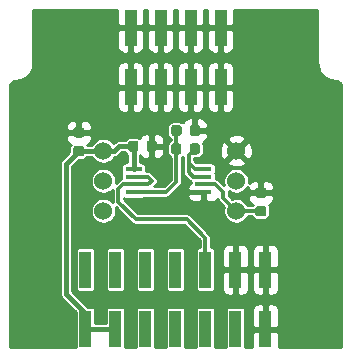
<source format=gbr>
G04 #@! TF.GenerationSoftware,KiCad,Pcbnew,5.1.12-84ad8e8a86~92~ubuntu20.04.1*
G04 #@! TF.CreationDate,2022-01-25T20:05:45-05:00*
G04 #@! TF.ProjectId,ABPDANT015PGAA5_sensor_module,41425044-414e-4543-9031-355047414135,rev?*
G04 #@! TF.SameCoordinates,Original*
G04 #@! TF.FileFunction,Copper,L4,Bot*
G04 #@! TF.FilePolarity,Positive*
%FSLAX46Y46*%
G04 Gerber Fmt 4.6, Leading zero omitted, Abs format (unit mm)*
G04 Created by KiCad (PCBNEW 5.1.12-84ad8e8a86~92~ubuntu20.04.1) date 2022-01-25 20:05:45*
%MOMM*%
%LPD*%
G01*
G04 APERTURE LIST*
G04 #@! TA.AperFunction,ComponentPad*
%ADD10C,1.524000*%
G04 #@! TD*
G04 #@! TA.AperFunction,SMDPad,CuDef*
%ADD11R,1.000000X3.150000*%
G04 #@! TD*
G04 #@! TA.AperFunction,SMDPad,CuDef*
%ADD12R,1.450000X0.450000*%
G04 #@! TD*
G04 #@! TA.AperFunction,Conductor*
%ADD13C,0.300000*%
G04 #@! TD*
G04 #@! TA.AperFunction,Conductor*
%ADD14C,0.400000*%
G04 #@! TD*
G04 #@! TA.AperFunction,Conductor*
%ADD15C,0.500000*%
G04 #@! TD*
G04 #@! TA.AperFunction,Conductor*
%ADD16C,0.254000*%
G04 #@! TD*
G04 #@! TA.AperFunction,Conductor*
%ADD17C,0.100000*%
G04 #@! TD*
G04 APERTURE END LIST*
D10*
X118095000Y-42490000D03*
X118095000Y-45030000D03*
X118095000Y-47570000D03*
X106845000Y-47570000D03*
X106845000Y-45030000D03*
X106845000Y-42490000D03*
G04 #@! TA.AperFunction,SMDPad,CuDef*
G36*
G01*
X105021090Y-42949580D02*
X104508590Y-42949580D01*
G75*
G02*
X104289840Y-42730830I0J218750D01*
G01*
X104289840Y-42293330D01*
G75*
G02*
X104508590Y-42074580I218750J0D01*
G01*
X105021090Y-42074580D01*
G75*
G02*
X105239840Y-42293330I0J-218750D01*
G01*
X105239840Y-42730830D01*
G75*
G02*
X105021090Y-42949580I-218750J0D01*
G01*
G37*
G04 #@! TD.AperFunction*
G04 #@! TA.AperFunction,SMDPad,CuDef*
G36*
G01*
X105021090Y-41374580D02*
X104508590Y-41374580D01*
G75*
G02*
X104289840Y-41155830I0J218750D01*
G01*
X104289840Y-40718330D01*
G75*
G02*
X104508590Y-40499580I218750J0D01*
G01*
X105021090Y-40499580D01*
G75*
G02*
X105239840Y-40718330I0J-218750D01*
G01*
X105239840Y-41155830D01*
G75*
G02*
X105021090Y-41374580I-218750J0D01*
G01*
G37*
G04 #@! TD.AperFunction*
G04 #@! TA.AperFunction,SMDPad,CuDef*
G36*
G01*
X120426190Y-46472360D02*
X119913690Y-46472360D01*
G75*
G02*
X119694940Y-46253610I0J218750D01*
G01*
X119694940Y-45816110D01*
G75*
G02*
X119913690Y-45597360I218750J0D01*
G01*
X120426190Y-45597360D01*
G75*
G02*
X120644940Y-45816110I0J-218750D01*
G01*
X120644940Y-46253610D01*
G75*
G02*
X120426190Y-46472360I-218750J0D01*
G01*
G37*
G04 #@! TD.AperFunction*
G04 #@! TA.AperFunction,SMDPad,CuDef*
G36*
G01*
X120426190Y-48047360D02*
X119913690Y-48047360D01*
G75*
G02*
X119694940Y-47828610I0J218750D01*
G01*
X119694940Y-47391110D01*
G75*
G02*
X119913690Y-47172360I218750J0D01*
G01*
X120426190Y-47172360D01*
G75*
G02*
X120644940Y-47391110I0J-218750D01*
G01*
X120644940Y-47828610D01*
G75*
G02*
X120426190Y-48047360I-218750J0D01*
G01*
G37*
G04 #@! TD.AperFunction*
G04 #@! TA.AperFunction,SMDPad,CuDef*
G36*
G01*
X112572080Y-42587890D02*
X112572080Y-42075390D01*
G75*
G02*
X112790830Y-41856640I218750J0D01*
G01*
X113228330Y-41856640D01*
G75*
G02*
X113447080Y-42075390I0J-218750D01*
G01*
X113447080Y-42587890D01*
G75*
G02*
X113228330Y-42806640I-218750J0D01*
G01*
X112790830Y-42806640D01*
G75*
G02*
X112572080Y-42587890I0J218750D01*
G01*
G37*
G04 #@! TD.AperFunction*
G04 #@! TA.AperFunction,SMDPad,CuDef*
G36*
G01*
X114147080Y-42587890D02*
X114147080Y-42075390D01*
G75*
G02*
X114365830Y-41856640I218750J0D01*
G01*
X114803330Y-41856640D01*
G75*
G02*
X115022080Y-42075390I0J-218750D01*
G01*
X115022080Y-42587890D01*
G75*
G02*
X114803330Y-42806640I-218750J0D01*
G01*
X114365830Y-42806640D01*
G75*
G02*
X114147080Y-42587890I0J218750D01*
G01*
G37*
G04 #@! TD.AperFunction*
G04 #@! TA.AperFunction,SMDPad,CuDef*
G36*
G01*
X114159780Y-41030870D02*
X114159780Y-40518370D01*
G75*
G02*
X114378530Y-40299620I218750J0D01*
G01*
X114816030Y-40299620D01*
G75*
G02*
X115034780Y-40518370I0J-218750D01*
G01*
X115034780Y-41030870D01*
G75*
G02*
X114816030Y-41249620I-218750J0D01*
G01*
X114378530Y-41249620D01*
G75*
G02*
X114159780Y-41030870I0J218750D01*
G01*
G37*
G04 #@! TD.AperFunction*
G04 #@! TA.AperFunction,SMDPad,CuDef*
G36*
G01*
X112584780Y-41030870D02*
X112584780Y-40518370D01*
G75*
G02*
X112803530Y-40299620I218750J0D01*
G01*
X113241030Y-40299620D01*
G75*
G02*
X113459780Y-40518370I0J-218750D01*
G01*
X113459780Y-41030870D01*
G75*
G02*
X113241030Y-41249620I-218750J0D01*
G01*
X112803530Y-41249620D01*
G75*
G02*
X112584780Y-41030870I0J218750D01*
G01*
G37*
G04 #@! TD.AperFunction*
D11*
X105330000Y-52555000D03*
X105330000Y-57605000D03*
X107870000Y-52555000D03*
X107870000Y-57605000D03*
X110410000Y-52555000D03*
X110410000Y-57605000D03*
X112950000Y-52555000D03*
X112950000Y-57605000D03*
X115490000Y-52555000D03*
X115490000Y-57605000D03*
X118030000Y-52555000D03*
X118030000Y-57605000D03*
X120570000Y-52555000D03*
X120570000Y-57605000D03*
X116770000Y-37105000D03*
X116770000Y-32055000D03*
X114230000Y-37105000D03*
X114230000Y-32055000D03*
X111690000Y-37105000D03*
X111690000Y-32055000D03*
X109150000Y-37105000D03*
X109150000Y-32055000D03*
D12*
X115300000Y-44035000D03*
X115300000Y-44685000D03*
X115300000Y-45335000D03*
X115300000Y-45985000D03*
X109400000Y-45985000D03*
X109400000Y-45335000D03*
X109400000Y-44685000D03*
X109400000Y-44035000D03*
G04 #@! TA.AperFunction,SMDPad,CuDef*
G36*
G01*
X108929720Y-42356750D02*
X108929720Y-41844250D01*
G75*
G02*
X109148470Y-41625500I218750J0D01*
G01*
X109585970Y-41625500D01*
G75*
G02*
X109804720Y-41844250I0J-218750D01*
G01*
X109804720Y-42356750D01*
G75*
G02*
X109585970Y-42575500I-218750J0D01*
G01*
X109148470Y-42575500D01*
G75*
G02*
X108929720Y-42356750I0J218750D01*
G01*
G37*
G04 #@! TD.AperFunction*
G04 #@! TA.AperFunction,SMDPad,CuDef*
G36*
G01*
X110504720Y-42356750D02*
X110504720Y-41844250D01*
G75*
G02*
X110723470Y-41625500I218750J0D01*
G01*
X111160970Y-41625500D01*
G75*
G02*
X111379720Y-41844250I0J-218750D01*
G01*
X111379720Y-42356750D01*
G75*
G02*
X111160970Y-42575500I-218750J0D01*
G01*
X110723470Y-42575500D01*
G75*
G02*
X110504720Y-42356750I0J218750D01*
G01*
G37*
G04 #@! TD.AperFunction*
D13*
X116325000Y-45335000D02*
X116984780Y-45994780D01*
X115300000Y-45335000D02*
X116325000Y-45335000D01*
X116984780Y-46459780D02*
X118095000Y-47570000D01*
X116984780Y-45994780D02*
X116984780Y-46459780D01*
X120130080Y-47570000D02*
X120169940Y-47609860D01*
X118095000Y-47570000D02*
X120130080Y-47570000D01*
D14*
X106822920Y-42512080D02*
X106845000Y-42490000D01*
X104764840Y-42512080D02*
X106822920Y-42512080D01*
X107784020Y-42490000D02*
X108173520Y-42100500D01*
X106845000Y-42490000D02*
X107784020Y-42490000D01*
X109367220Y-42100500D02*
X108173520Y-42100500D01*
X109400000Y-42133280D02*
X109367220Y-42100500D01*
X109400000Y-44035000D02*
X109400000Y-42133280D01*
X105330000Y-57605000D02*
X105330000Y-56249580D01*
X105330000Y-56249580D02*
X103692960Y-54612540D01*
X103692960Y-43583960D02*
X104764840Y-42512080D01*
X103692960Y-54612540D02*
X103692960Y-43583960D01*
X105330000Y-57605000D02*
X107870000Y-57605000D01*
D15*
X115490000Y-53810000D02*
X115490000Y-52607919D01*
D13*
X110648940Y-45335000D02*
X109400000Y-45335000D01*
X110957360Y-45026580D02*
X110648940Y-45335000D01*
X110615780Y-44685000D02*
X110957360Y-45026580D01*
X109400000Y-44685000D02*
X110615780Y-44685000D01*
X115490000Y-52555000D02*
X115490000Y-49851320D01*
X115490000Y-49851320D02*
X113908840Y-48270160D01*
X113908840Y-48270160D02*
X109575600Y-48270160D01*
X109575600Y-48270160D02*
X108115100Y-46809660D01*
X108115100Y-46809660D02*
X108115100Y-45684440D01*
X108464540Y-45335000D02*
X109400000Y-45335000D01*
X108115100Y-45684440D02*
X108464540Y-45335000D01*
X113009580Y-40787320D02*
X113022280Y-40774620D01*
X113009580Y-42331640D02*
X113009580Y-40787320D01*
X109400000Y-45985000D02*
X112152860Y-45985000D01*
X113009580Y-45128280D02*
X113009580Y-42331640D01*
X112152860Y-45985000D02*
X113009580Y-45128280D01*
X115300000Y-44035000D02*
X114596200Y-44035000D01*
X114596200Y-44035000D02*
X114056160Y-43494960D01*
X114056160Y-42860060D02*
X114584580Y-42331640D01*
X114056160Y-43494960D02*
X114056160Y-42860060D01*
X115300000Y-44685000D02*
X114418160Y-44685000D01*
X114056160Y-44323000D02*
X114056160Y-43494960D01*
X114418160Y-44685000D02*
X114056160Y-44323000D01*
D16*
X108015000Y-31769250D02*
X108173750Y-31928000D01*
X109023000Y-31928000D01*
X109023000Y-31908000D01*
X109277000Y-31908000D01*
X109277000Y-31928000D01*
X110126250Y-31928000D01*
X110285000Y-31769250D01*
X110287889Y-30557000D01*
X110552111Y-30557000D01*
X110555000Y-31769250D01*
X110713750Y-31928000D01*
X111563000Y-31928000D01*
X111563000Y-31908000D01*
X111817000Y-31908000D01*
X111817000Y-31928000D01*
X112666250Y-31928000D01*
X112825000Y-31769250D01*
X112827889Y-30557000D01*
X113092111Y-30557000D01*
X113095000Y-31769250D01*
X113253750Y-31928000D01*
X114103000Y-31928000D01*
X114103000Y-31908000D01*
X114357000Y-31908000D01*
X114357000Y-31928000D01*
X115206250Y-31928000D01*
X115365000Y-31769250D01*
X115367889Y-30557000D01*
X115632111Y-30557000D01*
X115635000Y-31769250D01*
X115793750Y-31928000D01*
X116643000Y-31928000D01*
X116643000Y-31908000D01*
X116897000Y-31908000D01*
X116897000Y-31928000D01*
X117746250Y-31928000D01*
X117905000Y-31769250D01*
X117907889Y-30557000D01*
X124973000Y-30557000D01*
X124973001Y-35103423D01*
X124975030Y-35124025D01*
X124974987Y-35130214D01*
X124975637Y-35136842D01*
X124996038Y-35330939D01*
X125004734Y-35373303D01*
X125012832Y-35415755D01*
X125014756Y-35422126D01*
X125014757Y-35422132D01*
X125014759Y-35422138D01*
X125072469Y-35608568D01*
X125089220Y-35648418D01*
X125105417Y-35688508D01*
X125108542Y-35694384D01*
X125108544Y-35694389D01*
X125108547Y-35694393D01*
X125201369Y-35866065D01*
X125225564Y-35901936D01*
X125249218Y-35938084D01*
X125253420Y-35943236D01*
X125253426Y-35943244D01*
X125253433Y-35943251D01*
X125377832Y-36093623D01*
X125408498Y-36124076D01*
X125438756Y-36154975D01*
X125443882Y-36159214D01*
X125443888Y-36159220D01*
X125443895Y-36159224D01*
X125595130Y-36282569D01*
X125631133Y-36306489D01*
X125666812Y-36330920D01*
X125672666Y-36334084D01*
X125672670Y-36334087D01*
X125672674Y-36334089D01*
X125844993Y-36425712D01*
X125884972Y-36442190D01*
X125924700Y-36459218D01*
X125931056Y-36461185D01*
X125931063Y-36461188D01*
X125931070Y-36461189D01*
X126117898Y-36517597D01*
X126160337Y-36526000D01*
X126202595Y-36534983D01*
X126209212Y-36535677D01*
X126209220Y-36535679D01*
X126209228Y-36535679D01*
X126403452Y-36554723D01*
X126551139Y-36569204D01*
X126648432Y-36598579D01*
X126738159Y-36646287D01*
X126816911Y-36710517D01*
X126881690Y-36788820D01*
X126930026Y-36878216D01*
X126960077Y-36975296D01*
X126973000Y-37098248D01*
X126973001Y-59103000D01*
X121707889Y-59103000D01*
X121705000Y-57890750D01*
X121546250Y-57732000D01*
X120697000Y-57732000D01*
X120697000Y-57752000D01*
X120443000Y-57752000D01*
X120443000Y-57732000D01*
X119593750Y-57732000D01*
X119435000Y-57890750D01*
X119432111Y-59103000D01*
X118858582Y-59103000D01*
X118858582Y-56030000D01*
X119431928Y-56030000D01*
X119435000Y-57319250D01*
X119593750Y-57478000D01*
X120443000Y-57478000D01*
X120443000Y-55553750D01*
X120697000Y-55553750D01*
X120697000Y-57478000D01*
X121546250Y-57478000D01*
X121705000Y-57319250D01*
X121708072Y-56030000D01*
X121695812Y-55905518D01*
X121659502Y-55785820D01*
X121600537Y-55675506D01*
X121521185Y-55578815D01*
X121424494Y-55499463D01*
X121314180Y-55440498D01*
X121194482Y-55404188D01*
X121070000Y-55391928D01*
X120855750Y-55395000D01*
X120697000Y-55553750D01*
X120443000Y-55553750D01*
X120284250Y-55395000D01*
X120070000Y-55391928D01*
X119945518Y-55404188D01*
X119825820Y-55440498D01*
X119715506Y-55499463D01*
X119618815Y-55578815D01*
X119539463Y-55675506D01*
X119480498Y-55785820D01*
X119444188Y-55905518D01*
X119431928Y-56030000D01*
X118858582Y-56030000D01*
X118852268Y-55965897D01*
X118833570Y-55904257D01*
X118803206Y-55847450D01*
X118762343Y-55797657D01*
X118712550Y-55756794D01*
X118655743Y-55726430D01*
X118594103Y-55707732D01*
X118530000Y-55701418D01*
X117530000Y-55701418D01*
X117465897Y-55707732D01*
X117404257Y-55726430D01*
X117347450Y-55756794D01*
X117297657Y-55797657D01*
X117256794Y-55847450D01*
X117226430Y-55904257D01*
X117207732Y-55965897D01*
X117201418Y-56030000D01*
X117201418Y-59103000D01*
X116318582Y-59103000D01*
X116318582Y-56030000D01*
X116312268Y-55965897D01*
X116293570Y-55904257D01*
X116263206Y-55847450D01*
X116222343Y-55797657D01*
X116172550Y-55756794D01*
X116115743Y-55726430D01*
X116054103Y-55707732D01*
X115990000Y-55701418D01*
X114990000Y-55701418D01*
X114925897Y-55707732D01*
X114864257Y-55726430D01*
X114807450Y-55756794D01*
X114757657Y-55797657D01*
X114716794Y-55847450D01*
X114686430Y-55904257D01*
X114667732Y-55965897D01*
X114661418Y-56030000D01*
X114661418Y-59103000D01*
X113778582Y-59103000D01*
X113778582Y-56030000D01*
X113772268Y-55965897D01*
X113753570Y-55904257D01*
X113723206Y-55847450D01*
X113682343Y-55797657D01*
X113632550Y-55756794D01*
X113575743Y-55726430D01*
X113514103Y-55707732D01*
X113450000Y-55701418D01*
X112450000Y-55701418D01*
X112385897Y-55707732D01*
X112324257Y-55726430D01*
X112267450Y-55756794D01*
X112217657Y-55797657D01*
X112176794Y-55847450D01*
X112146430Y-55904257D01*
X112127732Y-55965897D01*
X112121418Y-56030000D01*
X112121418Y-59103000D01*
X111238582Y-59103000D01*
X111238582Y-56030000D01*
X111232268Y-55965897D01*
X111213570Y-55904257D01*
X111183206Y-55847450D01*
X111142343Y-55797657D01*
X111092550Y-55756794D01*
X111035743Y-55726430D01*
X110974103Y-55707732D01*
X110910000Y-55701418D01*
X109910000Y-55701418D01*
X109845897Y-55707732D01*
X109784257Y-55726430D01*
X109727450Y-55756794D01*
X109677657Y-55797657D01*
X109636794Y-55847450D01*
X109606430Y-55904257D01*
X109587732Y-55965897D01*
X109581418Y-56030000D01*
X109581418Y-59103000D01*
X108698582Y-59103000D01*
X108698582Y-56030000D01*
X108692268Y-55965897D01*
X108673570Y-55904257D01*
X108643206Y-55847450D01*
X108602343Y-55797657D01*
X108552550Y-55756794D01*
X108495743Y-55726430D01*
X108434103Y-55707732D01*
X108370000Y-55701418D01*
X107370000Y-55701418D01*
X107305897Y-55707732D01*
X107244257Y-55726430D01*
X107187450Y-55756794D01*
X107137657Y-55797657D01*
X107096794Y-55847450D01*
X107066430Y-55904257D01*
X107047732Y-55965897D01*
X107041418Y-56030000D01*
X107041418Y-57078000D01*
X106158582Y-57078000D01*
X106158582Y-56030000D01*
X106152268Y-55965897D01*
X106133570Y-55904257D01*
X106103206Y-55847450D01*
X106062343Y-55797657D01*
X106012550Y-55756794D01*
X105955743Y-55726430D01*
X105894103Y-55707732D01*
X105830000Y-55701418D01*
X105527128Y-55701418D01*
X104219960Y-54394251D01*
X104219960Y-50980000D01*
X104501418Y-50980000D01*
X104501418Y-54130000D01*
X104507732Y-54194103D01*
X104526430Y-54255743D01*
X104556794Y-54312550D01*
X104597657Y-54362343D01*
X104647450Y-54403206D01*
X104704257Y-54433570D01*
X104765897Y-54452268D01*
X104830000Y-54458582D01*
X105830000Y-54458582D01*
X105894103Y-54452268D01*
X105955743Y-54433570D01*
X106012550Y-54403206D01*
X106062343Y-54362343D01*
X106103206Y-54312550D01*
X106133570Y-54255743D01*
X106152268Y-54194103D01*
X106158582Y-54130000D01*
X106158582Y-50980000D01*
X107041418Y-50980000D01*
X107041418Y-54130000D01*
X107047732Y-54194103D01*
X107066430Y-54255743D01*
X107096794Y-54312550D01*
X107137657Y-54362343D01*
X107187450Y-54403206D01*
X107244257Y-54433570D01*
X107305897Y-54452268D01*
X107370000Y-54458582D01*
X108370000Y-54458582D01*
X108434103Y-54452268D01*
X108495743Y-54433570D01*
X108552550Y-54403206D01*
X108602343Y-54362343D01*
X108643206Y-54312550D01*
X108673570Y-54255743D01*
X108692268Y-54194103D01*
X108698582Y-54130000D01*
X108698582Y-50980000D01*
X109581418Y-50980000D01*
X109581418Y-54130000D01*
X109587732Y-54194103D01*
X109606430Y-54255743D01*
X109636794Y-54312550D01*
X109677657Y-54362343D01*
X109727450Y-54403206D01*
X109784257Y-54433570D01*
X109845897Y-54452268D01*
X109910000Y-54458582D01*
X110910000Y-54458582D01*
X110974103Y-54452268D01*
X111035743Y-54433570D01*
X111092550Y-54403206D01*
X111142343Y-54362343D01*
X111183206Y-54312550D01*
X111213570Y-54255743D01*
X111232268Y-54194103D01*
X111238582Y-54130000D01*
X111238582Y-50980000D01*
X112121418Y-50980000D01*
X112121418Y-54130000D01*
X112127732Y-54194103D01*
X112146430Y-54255743D01*
X112176794Y-54312550D01*
X112217657Y-54362343D01*
X112267450Y-54403206D01*
X112324257Y-54433570D01*
X112385897Y-54452268D01*
X112450000Y-54458582D01*
X113450000Y-54458582D01*
X113514103Y-54452268D01*
X113575743Y-54433570D01*
X113632550Y-54403206D01*
X113682343Y-54362343D01*
X113723206Y-54312550D01*
X113753570Y-54255743D01*
X113772268Y-54194103D01*
X113778582Y-54130000D01*
X113778582Y-50980000D01*
X113772268Y-50915897D01*
X113753570Y-50854257D01*
X113723206Y-50797450D01*
X113682343Y-50747657D01*
X113632550Y-50706794D01*
X113575743Y-50676430D01*
X113514103Y-50657732D01*
X113450000Y-50651418D01*
X112450000Y-50651418D01*
X112385897Y-50657732D01*
X112324257Y-50676430D01*
X112267450Y-50706794D01*
X112217657Y-50747657D01*
X112176794Y-50797450D01*
X112146430Y-50854257D01*
X112127732Y-50915897D01*
X112121418Y-50980000D01*
X111238582Y-50980000D01*
X111232268Y-50915897D01*
X111213570Y-50854257D01*
X111183206Y-50797450D01*
X111142343Y-50747657D01*
X111092550Y-50706794D01*
X111035743Y-50676430D01*
X110974103Y-50657732D01*
X110910000Y-50651418D01*
X109910000Y-50651418D01*
X109845897Y-50657732D01*
X109784257Y-50676430D01*
X109727450Y-50706794D01*
X109677657Y-50747657D01*
X109636794Y-50797450D01*
X109606430Y-50854257D01*
X109587732Y-50915897D01*
X109581418Y-50980000D01*
X108698582Y-50980000D01*
X108692268Y-50915897D01*
X108673570Y-50854257D01*
X108643206Y-50797450D01*
X108602343Y-50747657D01*
X108552550Y-50706794D01*
X108495743Y-50676430D01*
X108434103Y-50657732D01*
X108370000Y-50651418D01*
X107370000Y-50651418D01*
X107305897Y-50657732D01*
X107244257Y-50676430D01*
X107187450Y-50706794D01*
X107137657Y-50747657D01*
X107096794Y-50797450D01*
X107066430Y-50854257D01*
X107047732Y-50915897D01*
X107041418Y-50980000D01*
X106158582Y-50980000D01*
X106152268Y-50915897D01*
X106133570Y-50854257D01*
X106103206Y-50797450D01*
X106062343Y-50747657D01*
X106012550Y-50706794D01*
X105955743Y-50676430D01*
X105894103Y-50657732D01*
X105830000Y-50651418D01*
X104830000Y-50651418D01*
X104765897Y-50657732D01*
X104704257Y-50676430D01*
X104647450Y-50706794D01*
X104597657Y-50747657D01*
X104556794Y-50797450D01*
X104526430Y-50854257D01*
X104507732Y-50915897D01*
X104501418Y-50980000D01*
X104219960Y-50980000D01*
X104219960Y-43802249D01*
X104744048Y-43278162D01*
X105021090Y-43278162D01*
X105127869Y-43267645D01*
X105230545Y-43236499D01*
X105325171Y-43185920D01*
X105408112Y-43117852D01*
X105472759Y-43039080D01*
X105902155Y-43039080D01*
X105999119Y-43184197D01*
X106150803Y-43335881D01*
X106329165Y-43455059D01*
X106527350Y-43537150D01*
X106737743Y-43579000D01*
X106952257Y-43579000D01*
X107162650Y-43537150D01*
X107360835Y-43455059D01*
X107539197Y-43335881D01*
X107690881Y-43184197D01*
X107802084Y-43017770D01*
X107809901Y-43017000D01*
X107887330Y-43009374D01*
X107986670Y-42979239D01*
X108078222Y-42930304D01*
X108158468Y-42864448D01*
X108174975Y-42844334D01*
X108391810Y-42627500D01*
X108675564Y-42627500D01*
X108693380Y-42660831D01*
X108761448Y-42743772D01*
X108844389Y-42811840D01*
X108873001Y-42827133D01*
X108873000Y-43481418D01*
X108675000Y-43481418D01*
X108610897Y-43487732D01*
X108549257Y-43506430D01*
X108492450Y-43536794D01*
X108442657Y-43577657D01*
X108401794Y-43627450D01*
X108371430Y-43684257D01*
X108352732Y-43745897D01*
X108346418Y-43810000D01*
X108346418Y-44260000D01*
X108352732Y-44324103D01*
X108363621Y-44360000D01*
X108352732Y-44395897D01*
X108346418Y-44460000D01*
X108346418Y-44872369D01*
X108281117Y-44892178D01*
X108198251Y-44936471D01*
X108152397Y-44974103D01*
X108125619Y-44996079D01*
X108110689Y-45014271D01*
X107920665Y-45204295D01*
X107934000Y-45137257D01*
X107934000Y-44922743D01*
X107892150Y-44712350D01*
X107810059Y-44514165D01*
X107690881Y-44335803D01*
X107539197Y-44184119D01*
X107360835Y-44064941D01*
X107162650Y-43982850D01*
X106952257Y-43941000D01*
X106737743Y-43941000D01*
X106527350Y-43982850D01*
X106329165Y-44064941D01*
X106150803Y-44184119D01*
X105999119Y-44335803D01*
X105879941Y-44514165D01*
X105797850Y-44712350D01*
X105756000Y-44922743D01*
X105756000Y-45137257D01*
X105797850Y-45347650D01*
X105879941Y-45545835D01*
X105999119Y-45724197D01*
X106150803Y-45875881D01*
X106329165Y-45995059D01*
X106527350Y-46077150D01*
X106737743Y-46119000D01*
X106952257Y-46119000D01*
X107162650Y-46077150D01*
X107360835Y-45995059D01*
X107539197Y-45875881D01*
X107638101Y-45776977D01*
X107638100Y-46786245D01*
X107635794Y-46809660D01*
X107637002Y-46821924D01*
X107539197Y-46724119D01*
X107360835Y-46604941D01*
X107162650Y-46522850D01*
X106952257Y-46481000D01*
X106737743Y-46481000D01*
X106527350Y-46522850D01*
X106329165Y-46604941D01*
X106150803Y-46724119D01*
X105999119Y-46875803D01*
X105879941Y-47054165D01*
X105797850Y-47252350D01*
X105756000Y-47462743D01*
X105756000Y-47677257D01*
X105797850Y-47887650D01*
X105879941Y-48085835D01*
X105999119Y-48264197D01*
X106150803Y-48415881D01*
X106329165Y-48535059D01*
X106527350Y-48617150D01*
X106737743Y-48659000D01*
X106952257Y-48659000D01*
X107162650Y-48617150D01*
X107360835Y-48535059D01*
X107539197Y-48415881D01*
X107690881Y-48264197D01*
X107810059Y-48085835D01*
X107892150Y-47887650D01*
X107934000Y-47677257D01*
X107934000Y-47462743D01*
X107894370Y-47263509D01*
X109221747Y-48590887D01*
X109236679Y-48609081D01*
X109309311Y-48668689D01*
X109392177Y-48712982D01*
X109482092Y-48740257D01*
X109552177Y-48747160D01*
X109552185Y-48747160D01*
X109575600Y-48749466D01*
X109599015Y-48747160D01*
X113711261Y-48747160D01*
X115013001Y-50048901D01*
X115013001Y-50651418D01*
X114990000Y-50651418D01*
X114925897Y-50657732D01*
X114864257Y-50676430D01*
X114807450Y-50706794D01*
X114757657Y-50747657D01*
X114716794Y-50797450D01*
X114686430Y-50854257D01*
X114667732Y-50915897D01*
X114661418Y-50980000D01*
X114661418Y-54130000D01*
X114667732Y-54194103D01*
X114686430Y-54255743D01*
X114716794Y-54312550D01*
X114757657Y-54362343D01*
X114807450Y-54403206D01*
X114864257Y-54433570D01*
X114925897Y-54452268D01*
X114990000Y-54458582D01*
X115990000Y-54458582D01*
X116054103Y-54452268D01*
X116115743Y-54433570D01*
X116172550Y-54403206D01*
X116222343Y-54362343D01*
X116263206Y-54312550D01*
X116293570Y-54255743D01*
X116312268Y-54194103D01*
X116318582Y-54130000D01*
X116891928Y-54130000D01*
X116904188Y-54254482D01*
X116940498Y-54374180D01*
X116999463Y-54484494D01*
X117078815Y-54581185D01*
X117175506Y-54660537D01*
X117285820Y-54719502D01*
X117405518Y-54755812D01*
X117530000Y-54768072D01*
X117744250Y-54765000D01*
X117903000Y-54606250D01*
X117903000Y-52682000D01*
X118157000Y-52682000D01*
X118157000Y-54606250D01*
X118315750Y-54765000D01*
X118530000Y-54768072D01*
X118654482Y-54755812D01*
X118774180Y-54719502D01*
X118884494Y-54660537D01*
X118981185Y-54581185D01*
X119060537Y-54484494D01*
X119119502Y-54374180D01*
X119155812Y-54254482D01*
X119168072Y-54130000D01*
X119431928Y-54130000D01*
X119444188Y-54254482D01*
X119480498Y-54374180D01*
X119539463Y-54484494D01*
X119618815Y-54581185D01*
X119715506Y-54660537D01*
X119825820Y-54719502D01*
X119945518Y-54755812D01*
X120070000Y-54768072D01*
X120284250Y-54765000D01*
X120443000Y-54606250D01*
X120443000Y-52682000D01*
X120697000Y-52682000D01*
X120697000Y-54606250D01*
X120855750Y-54765000D01*
X121070000Y-54768072D01*
X121194482Y-54755812D01*
X121314180Y-54719502D01*
X121424494Y-54660537D01*
X121521185Y-54581185D01*
X121600537Y-54484494D01*
X121659502Y-54374180D01*
X121695812Y-54254482D01*
X121708072Y-54130000D01*
X121705000Y-52840750D01*
X121546250Y-52682000D01*
X120697000Y-52682000D01*
X120443000Y-52682000D01*
X119593750Y-52682000D01*
X119435000Y-52840750D01*
X119431928Y-54130000D01*
X119168072Y-54130000D01*
X119165000Y-52840750D01*
X119006250Y-52682000D01*
X118157000Y-52682000D01*
X117903000Y-52682000D01*
X117053750Y-52682000D01*
X116895000Y-52840750D01*
X116891928Y-54130000D01*
X116318582Y-54130000D01*
X116318582Y-50980000D01*
X116891928Y-50980000D01*
X116895000Y-52269250D01*
X117053750Y-52428000D01*
X117903000Y-52428000D01*
X117903000Y-50503750D01*
X118157000Y-50503750D01*
X118157000Y-52428000D01*
X119006250Y-52428000D01*
X119165000Y-52269250D01*
X119168072Y-50980000D01*
X119431928Y-50980000D01*
X119435000Y-52269250D01*
X119593750Y-52428000D01*
X120443000Y-52428000D01*
X120443000Y-50503750D01*
X120697000Y-50503750D01*
X120697000Y-52428000D01*
X121546250Y-52428000D01*
X121705000Y-52269250D01*
X121708072Y-50980000D01*
X121695812Y-50855518D01*
X121659502Y-50735820D01*
X121600537Y-50625506D01*
X121521185Y-50528815D01*
X121424494Y-50449463D01*
X121314180Y-50390498D01*
X121194482Y-50354188D01*
X121070000Y-50341928D01*
X120855750Y-50345000D01*
X120697000Y-50503750D01*
X120443000Y-50503750D01*
X120284250Y-50345000D01*
X120070000Y-50341928D01*
X119945518Y-50354188D01*
X119825820Y-50390498D01*
X119715506Y-50449463D01*
X119618815Y-50528815D01*
X119539463Y-50625506D01*
X119480498Y-50735820D01*
X119444188Y-50855518D01*
X119431928Y-50980000D01*
X119168072Y-50980000D01*
X119155812Y-50855518D01*
X119119502Y-50735820D01*
X119060537Y-50625506D01*
X118981185Y-50528815D01*
X118884494Y-50449463D01*
X118774180Y-50390498D01*
X118654482Y-50354188D01*
X118530000Y-50341928D01*
X118315750Y-50345000D01*
X118157000Y-50503750D01*
X117903000Y-50503750D01*
X117744250Y-50345000D01*
X117530000Y-50341928D01*
X117405518Y-50354188D01*
X117285820Y-50390498D01*
X117175506Y-50449463D01*
X117078815Y-50528815D01*
X116999463Y-50625506D01*
X116940498Y-50735820D01*
X116904188Y-50855518D01*
X116891928Y-50980000D01*
X116318582Y-50980000D01*
X116312268Y-50915897D01*
X116293570Y-50854257D01*
X116263206Y-50797450D01*
X116222343Y-50747657D01*
X116172550Y-50706794D01*
X116115743Y-50676430D01*
X116054103Y-50657732D01*
X115990000Y-50651418D01*
X115967000Y-50651418D01*
X115967000Y-49874735D01*
X115969306Y-49851320D01*
X115967000Y-49827905D01*
X115967000Y-49827897D01*
X115960097Y-49757812D01*
X115932822Y-49667897D01*
X115888529Y-49585031D01*
X115828921Y-49512399D01*
X115810729Y-49497469D01*
X114262695Y-47949436D01*
X114247761Y-47931239D01*
X114175129Y-47871631D01*
X114092263Y-47827338D01*
X114002348Y-47800063D01*
X113932263Y-47793160D01*
X113932255Y-47793160D01*
X113908840Y-47790854D01*
X113885425Y-47793160D01*
X109773180Y-47793160D01*
X108592100Y-46612081D01*
X108592100Y-46526566D01*
X108610897Y-46532268D01*
X108675000Y-46538582D01*
X110125000Y-46538582D01*
X110189103Y-46532268D01*
X110250743Y-46513570D01*
X110307550Y-46483206D01*
X110333390Y-46462000D01*
X112129445Y-46462000D01*
X112152860Y-46464306D01*
X112176275Y-46462000D01*
X112176283Y-46462000D01*
X112246368Y-46455097D01*
X112336283Y-46427822D01*
X112419149Y-46383529D01*
X112491781Y-46323921D01*
X112506715Y-46305724D01*
X112570689Y-46241750D01*
X113940000Y-46241750D01*
X113951156Y-46343996D01*
X113989285Y-46463127D01*
X114049922Y-46572531D01*
X114130737Y-46668003D01*
X114228625Y-46745874D01*
X114339825Y-46803151D01*
X114460061Y-46837634D01*
X114584715Y-46847998D01*
X115014250Y-46845000D01*
X115173000Y-46686250D01*
X115173000Y-46083000D01*
X114098750Y-46083000D01*
X113940000Y-46241750D01*
X112570689Y-46241750D01*
X113330309Y-45482131D01*
X113348501Y-45467201D01*
X113408109Y-45394569D01*
X113452402Y-45311703D01*
X113479677Y-45221788D01*
X113486580Y-45151703D01*
X113486580Y-45151696D01*
X113488886Y-45128281D01*
X113486580Y-45104866D01*
X113486580Y-43067477D01*
X113532411Y-43042980D01*
X113579161Y-43004613D01*
X113579160Y-43471544D01*
X113576854Y-43494960D01*
X113579160Y-43518375D01*
X113579160Y-43518382D01*
X113579161Y-43518392D01*
X113579160Y-44299585D01*
X113576854Y-44323000D01*
X113579160Y-44346415D01*
X113579160Y-44346422D01*
X113586063Y-44416507D01*
X113613338Y-44506422D01*
X113657631Y-44589289D01*
X113717239Y-44661921D01*
X113735436Y-44676855D01*
X114064307Y-45005727D01*
X114079239Y-45023921D01*
X114151871Y-45083529D01*
X114234737Y-45127822D01*
X114246418Y-45131365D01*
X114246418Y-45214961D01*
X114228625Y-45224126D01*
X114130737Y-45301997D01*
X114049922Y-45397469D01*
X113989285Y-45506873D01*
X113951156Y-45626004D01*
X113940000Y-45728250D01*
X114098750Y-45887000D01*
X114558939Y-45887000D01*
X114575000Y-45888582D01*
X115447000Y-45888582D01*
X115447000Y-46083000D01*
X115427000Y-46083000D01*
X115427000Y-46686250D01*
X115585750Y-46845000D01*
X116015285Y-46847998D01*
X116139939Y-46837634D01*
X116260175Y-46803151D01*
X116371375Y-46745874D01*
X116469263Y-46668003D01*
X116528318Y-46598237D01*
X116541958Y-46643202D01*
X116541959Y-46643203D01*
X116586252Y-46726069D01*
X116645860Y-46798701D01*
X116664051Y-46813630D01*
X117063936Y-47213515D01*
X117047850Y-47252350D01*
X117006000Y-47462743D01*
X117006000Y-47677257D01*
X117047850Y-47887650D01*
X117129941Y-48085835D01*
X117249119Y-48264197D01*
X117400803Y-48415881D01*
X117579165Y-48535059D01*
X117777350Y-48617150D01*
X117987743Y-48659000D01*
X118202257Y-48659000D01*
X118412650Y-48617150D01*
X118610835Y-48535059D01*
X118789197Y-48415881D01*
X118940881Y-48264197D01*
X119060059Y-48085835D01*
X119076145Y-48047000D01*
X119412797Y-48047000D01*
X119458600Y-48132691D01*
X119526668Y-48215632D01*
X119609609Y-48283700D01*
X119704235Y-48334279D01*
X119806911Y-48365425D01*
X119913690Y-48375942D01*
X120426190Y-48375942D01*
X120532969Y-48365425D01*
X120635645Y-48334279D01*
X120730271Y-48283700D01*
X120813212Y-48215632D01*
X120881280Y-48132691D01*
X120931859Y-48038065D01*
X120963005Y-47935389D01*
X120973522Y-47828610D01*
X120973522Y-47391110D01*
X120963005Y-47284331D01*
X120931859Y-47181655D01*
X120881280Y-47087029D01*
X120866306Y-47068783D01*
X120889120Y-47061862D01*
X120999434Y-47002897D01*
X121096125Y-46923545D01*
X121175477Y-46826854D01*
X121234442Y-46716540D01*
X121270752Y-46596842D01*
X121283012Y-46472360D01*
X121279940Y-46320610D01*
X121121190Y-46161860D01*
X120296940Y-46161860D01*
X120296940Y-46181860D01*
X120042940Y-46181860D01*
X120042940Y-46161860D01*
X119218690Y-46161860D01*
X119059940Y-46320610D01*
X119056868Y-46472360D01*
X119069128Y-46596842D01*
X119105438Y-46716540D01*
X119164403Y-46826854D01*
X119243755Y-46923545D01*
X119340446Y-47002897D01*
X119450760Y-47061862D01*
X119473574Y-47068783D01*
X119458600Y-47087029D01*
X119455408Y-47093000D01*
X119076145Y-47093000D01*
X119060059Y-47054165D01*
X118940881Y-46875803D01*
X118789197Y-46724119D01*
X118610835Y-46604941D01*
X118412650Y-46522850D01*
X118202257Y-46481000D01*
X117987743Y-46481000D01*
X117777350Y-46522850D01*
X117738515Y-46538936D01*
X117461780Y-46262201D01*
X117461780Y-46018195D01*
X117464086Y-45994780D01*
X117461780Y-45971365D01*
X117461780Y-45971357D01*
X117456009Y-45912769D01*
X117579165Y-45995059D01*
X117777350Y-46077150D01*
X117987743Y-46119000D01*
X118202257Y-46119000D01*
X118412650Y-46077150D01*
X118610835Y-45995059D01*
X118789197Y-45875881D01*
X118940881Y-45724197D01*
X119060059Y-45545835D01*
X119062530Y-45539869D01*
X119056868Y-45597360D01*
X119059940Y-45749110D01*
X119218690Y-45907860D01*
X120042940Y-45907860D01*
X120042940Y-45121110D01*
X120296940Y-45121110D01*
X120296940Y-45907860D01*
X121121190Y-45907860D01*
X121279940Y-45749110D01*
X121283012Y-45597360D01*
X121270752Y-45472878D01*
X121234442Y-45353180D01*
X121175477Y-45242866D01*
X121096125Y-45146175D01*
X120999434Y-45066823D01*
X120889120Y-45007858D01*
X120769422Y-44971548D01*
X120644940Y-44959288D01*
X120455690Y-44962360D01*
X120296940Y-45121110D01*
X120042940Y-45121110D01*
X119884190Y-44962360D01*
X119694940Y-44959288D01*
X119570458Y-44971548D01*
X119450760Y-45007858D01*
X119340446Y-45066823D01*
X119243755Y-45146175D01*
X119164403Y-45242866D01*
X119162157Y-45247068D01*
X119184000Y-45137257D01*
X119184000Y-44922743D01*
X119142150Y-44712350D01*
X119060059Y-44514165D01*
X118940881Y-44335803D01*
X118789197Y-44184119D01*
X118610835Y-44064941D01*
X118412650Y-43982850D01*
X118202257Y-43941000D01*
X117987743Y-43941000D01*
X117777350Y-43982850D01*
X117579165Y-44064941D01*
X117400803Y-44184119D01*
X117249119Y-44335803D01*
X117129941Y-44514165D01*
X117047850Y-44712350D01*
X117006000Y-44922743D01*
X117006000Y-45137257D01*
X117047850Y-45347650D01*
X117073037Y-45408458D01*
X116678855Y-45014276D01*
X116663921Y-44996079D01*
X116591289Y-44936471D01*
X116508423Y-44892178D01*
X116418508Y-44864903D01*
X116353582Y-44858508D01*
X116353582Y-44460000D01*
X116347268Y-44395897D01*
X116336379Y-44360000D01*
X116347268Y-44324103D01*
X116353582Y-44260000D01*
X116353582Y-43810000D01*
X116347268Y-43745897D01*
X116328570Y-43684257D01*
X116298206Y-43627450D01*
X116257343Y-43577657D01*
X116207550Y-43536794D01*
X116150743Y-43506430D01*
X116089103Y-43487732D01*
X116025000Y-43481418D01*
X114717198Y-43481418D01*
X114691345Y-43455565D01*
X117309040Y-43455565D01*
X117376020Y-43695656D01*
X117625048Y-43812756D01*
X117892135Y-43879023D01*
X118167017Y-43891910D01*
X118439133Y-43850922D01*
X118698023Y-43757636D01*
X118813980Y-43695656D01*
X118880960Y-43455565D01*
X118095000Y-42669605D01*
X117309040Y-43455565D01*
X114691345Y-43455565D01*
X114533160Y-43297381D01*
X114533160Y-43135222D01*
X114803330Y-43135222D01*
X114910109Y-43124705D01*
X115012785Y-43093559D01*
X115107411Y-43042980D01*
X115190352Y-42974912D01*
X115258420Y-42891971D01*
X115308999Y-42797345D01*
X115340145Y-42694669D01*
X115350662Y-42587890D01*
X115350662Y-42562017D01*
X116693090Y-42562017D01*
X116734078Y-42834133D01*
X116827364Y-43093023D01*
X116889344Y-43208980D01*
X117129435Y-43275960D01*
X117915395Y-42490000D01*
X118274605Y-42490000D01*
X119060565Y-43275960D01*
X119300656Y-43208980D01*
X119417756Y-42959952D01*
X119484023Y-42692865D01*
X119496910Y-42417983D01*
X119455922Y-42145867D01*
X119362636Y-41886977D01*
X119300656Y-41771020D01*
X119060565Y-41704040D01*
X118274605Y-42490000D01*
X117915395Y-42490000D01*
X117129435Y-41704040D01*
X116889344Y-41771020D01*
X116772244Y-42020048D01*
X116705977Y-42287135D01*
X116693090Y-42562017D01*
X115350662Y-42562017D01*
X115350662Y-42075390D01*
X115340145Y-41968611D01*
X115308999Y-41865935D01*
X115291177Y-41832592D01*
X115389274Y-41780157D01*
X115485965Y-41700805D01*
X115565317Y-41604114D01*
X115607906Y-41524435D01*
X117309040Y-41524435D01*
X118095000Y-42310395D01*
X118880960Y-41524435D01*
X118813980Y-41284344D01*
X118564952Y-41167244D01*
X118297865Y-41100977D01*
X118022983Y-41088090D01*
X117750867Y-41129078D01*
X117491977Y-41222364D01*
X117376020Y-41284344D01*
X117309040Y-41524435D01*
X115607906Y-41524435D01*
X115624282Y-41493800D01*
X115660592Y-41374102D01*
X115672852Y-41249620D01*
X115669780Y-41060370D01*
X115511030Y-40901620D01*
X114724280Y-40901620D01*
X114724280Y-40921620D01*
X114470280Y-40921620D01*
X114470280Y-40901620D01*
X114450280Y-40901620D01*
X114450280Y-40647620D01*
X114470280Y-40647620D01*
X114470280Y-39823370D01*
X114724280Y-39823370D01*
X114724280Y-40647620D01*
X115511030Y-40647620D01*
X115669780Y-40488870D01*
X115672852Y-40299620D01*
X115660592Y-40175138D01*
X115624282Y-40055440D01*
X115565317Y-39945126D01*
X115485965Y-39848435D01*
X115389274Y-39769083D01*
X115278960Y-39710118D01*
X115159262Y-39673808D01*
X115034780Y-39661548D01*
X114883030Y-39664620D01*
X114724280Y-39823370D01*
X114470280Y-39823370D01*
X114311530Y-39664620D01*
X114159780Y-39661548D01*
X114035298Y-39673808D01*
X113915600Y-39710118D01*
X113805286Y-39769083D01*
X113708595Y-39848435D01*
X113629243Y-39945126D01*
X113570278Y-40055440D01*
X113563357Y-40078254D01*
X113545111Y-40063280D01*
X113450485Y-40012701D01*
X113347809Y-39981555D01*
X113241030Y-39971038D01*
X112803530Y-39971038D01*
X112696751Y-39981555D01*
X112594075Y-40012701D01*
X112499449Y-40063280D01*
X112416508Y-40131348D01*
X112348440Y-40214289D01*
X112297861Y-40308915D01*
X112266715Y-40411591D01*
X112256198Y-40518370D01*
X112256198Y-41030870D01*
X112266715Y-41137649D01*
X112297861Y-41240325D01*
X112348440Y-41334951D01*
X112416508Y-41417892D01*
X112499449Y-41485960D01*
X112532581Y-41503669D01*
X112532580Y-41595802D01*
X112486749Y-41620300D01*
X112403808Y-41688368D01*
X112335740Y-41771309D01*
X112285161Y-41865935D01*
X112254015Y-41968611D01*
X112243498Y-42075390D01*
X112243498Y-42587890D01*
X112254015Y-42694669D01*
X112285161Y-42797345D01*
X112335740Y-42891971D01*
X112403808Y-42974912D01*
X112486749Y-43042980D01*
X112532581Y-43067478D01*
X112532580Y-44930700D01*
X111955281Y-45508000D01*
X111150519Y-45508000D01*
X111278087Y-45380432D01*
X111296281Y-45365501D01*
X111321312Y-45335000D01*
X111355889Y-45292869D01*
X111400182Y-45210003D01*
X111427457Y-45120088D01*
X111436666Y-45026580D01*
X111427457Y-44933073D01*
X111427457Y-44933072D01*
X111400182Y-44843157D01*
X111367181Y-44781418D01*
X111355889Y-44760292D01*
X111330826Y-44729752D01*
X111311212Y-44705852D01*
X111311209Y-44705849D01*
X111296281Y-44687659D01*
X111278090Y-44672730D01*
X110969635Y-44364276D01*
X110954701Y-44346079D01*
X110882069Y-44286471D01*
X110799203Y-44242178D01*
X110709288Y-44214903D01*
X110639203Y-44208000D01*
X110639195Y-44208000D01*
X110615780Y-44205694D01*
X110592365Y-44208000D01*
X110453582Y-44208000D01*
X110453582Y-43810000D01*
X110447268Y-43745897D01*
X110428570Y-43684257D01*
X110398206Y-43627450D01*
X110357343Y-43577657D01*
X110307550Y-43536794D01*
X110250743Y-43506430D01*
X110189103Y-43487732D01*
X110125000Y-43481418D01*
X109927000Y-43481418D01*
X109927000Y-42841722D01*
X109974183Y-42929994D01*
X110053535Y-43026685D01*
X110150226Y-43106037D01*
X110260540Y-43165002D01*
X110380238Y-43201312D01*
X110504720Y-43213572D01*
X110656470Y-43210500D01*
X110815220Y-43051750D01*
X110815220Y-42227500D01*
X111069220Y-42227500D01*
X111069220Y-43051750D01*
X111227970Y-43210500D01*
X111379720Y-43213572D01*
X111504202Y-43201312D01*
X111623900Y-43165002D01*
X111734214Y-43106037D01*
X111830905Y-43026685D01*
X111910257Y-42929994D01*
X111969222Y-42819680D01*
X112005532Y-42699982D01*
X112017792Y-42575500D01*
X112014720Y-42386250D01*
X111855970Y-42227500D01*
X111069220Y-42227500D01*
X110815220Y-42227500D01*
X110795220Y-42227500D01*
X110795220Y-41973500D01*
X110815220Y-41973500D01*
X110815220Y-41149250D01*
X111069220Y-41149250D01*
X111069220Y-41973500D01*
X111855970Y-41973500D01*
X112014720Y-41814750D01*
X112017792Y-41625500D01*
X112005532Y-41501018D01*
X111969222Y-41381320D01*
X111910257Y-41271006D01*
X111830905Y-41174315D01*
X111734214Y-41094963D01*
X111623900Y-41035998D01*
X111504202Y-40999688D01*
X111379720Y-40987428D01*
X111227970Y-40990500D01*
X111069220Y-41149250D01*
X110815220Y-41149250D01*
X110656470Y-40990500D01*
X110504720Y-40987428D01*
X110380238Y-40999688D01*
X110260540Y-41035998D01*
X110150226Y-41094963D01*
X110053535Y-41174315D01*
X109974183Y-41271006D01*
X109915218Y-41381320D01*
X109908297Y-41404134D01*
X109890051Y-41389160D01*
X109795425Y-41338581D01*
X109692749Y-41307435D01*
X109585970Y-41296918D01*
X109148470Y-41296918D01*
X109041691Y-41307435D01*
X108939015Y-41338581D01*
X108844389Y-41389160D01*
X108761448Y-41457228D01*
X108693380Y-41540169D01*
X108675564Y-41573500D01*
X108199400Y-41573500D01*
X108173519Y-41570951D01*
X108099898Y-41578202D01*
X108070210Y-41581126D01*
X107970870Y-41611261D01*
X107879318Y-41660196D01*
X107799072Y-41726052D01*
X107782569Y-41746161D01*
X107707722Y-41821008D01*
X107690881Y-41795803D01*
X107539197Y-41644119D01*
X107360835Y-41524941D01*
X107162650Y-41442850D01*
X106952257Y-41401000D01*
X106737743Y-41401000D01*
X106527350Y-41442850D01*
X106329165Y-41524941D01*
X106150803Y-41644119D01*
X105999119Y-41795803D01*
X105879941Y-41974165D01*
X105875420Y-41985080D01*
X105472759Y-41985080D01*
X105461206Y-41971003D01*
X105484020Y-41964082D01*
X105594334Y-41905117D01*
X105691025Y-41825765D01*
X105770377Y-41729074D01*
X105829342Y-41618760D01*
X105865652Y-41499062D01*
X105877912Y-41374580D01*
X105874840Y-41222830D01*
X105716090Y-41064080D01*
X104891840Y-41064080D01*
X104891840Y-41084080D01*
X104637840Y-41084080D01*
X104637840Y-41064080D01*
X103813590Y-41064080D01*
X103654840Y-41222830D01*
X103651768Y-41374580D01*
X103664028Y-41499062D01*
X103700338Y-41618760D01*
X103759303Y-41729074D01*
X103838655Y-41825765D01*
X103935346Y-41905117D01*
X104045660Y-41964082D01*
X104068474Y-41971003D01*
X104053500Y-41989249D01*
X104002921Y-42083875D01*
X103971775Y-42186551D01*
X103961258Y-42293330D01*
X103961258Y-42570372D01*
X103338622Y-43193009D01*
X103318513Y-43209512D01*
X103270805Y-43267645D01*
X103252656Y-43289759D01*
X103203721Y-43381311D01*
X103173586Y-43480651D01*
X103163411Y-43583960D01*
X103165961Y-43609851D01*
X103165960Y-54586659D01*
X103163411Y-54612540D01*
X103165960Y-54638420D01*
X103173586Y-54715849D01*
X103203721Y-54815189D01*
X103252656Y-54906742D01*
X103318512Y-54986988D01*
X103338626Y-55003495D01*
X104501418Y-56166288D01*
X104501418Y-59103000D01*
X98927000Y-59103000D01*
X98927000Y-40499580D01*
X103651768Y-40499580D01*
X103654840Y-40651330D01*
X103813590Y-40810080D01*
X104637840Y-40810080D01*
X104637840Y-40023330D01*
X104891840Y-40023330D01*
X104891840Y-40810080D01*
X105716090Y-40810080D01*
X105874840Y-40651330D01*
X105877912Y-40499580D01*
X105865652Y-40375098D01*
X105829342Y-40255400D01*
X105770377Y-40145086D01*
X105691025Y-40048395D01*
X105594334Y-39969043D01*
X105484020Y-39910078D01*
X105364322Y-39873768D01*
X105239840Y-39861508D01*
X105050590Y-39864580D01*
X104891840Y-40023330D01*
X104637840Y-40023330D01*
X104479090Y-39864580D01*
X104289840Y-39861508D01*
X104165358Y-39873768D01*
X104045660Y-39910078D01*
X103935346Y-39969043D01*
X103838655Y-40048395D01*
X103759303Y-40145086D01*
X103700338Y-40255400D01*
X103664028Y-40375098D01*
X103651768Y-40499580D01*
X98927000Y-40499580D01*
X98927000Y-38680000D01*
X108011928Y-38680000D01*
X108024188Y-38804482D01*
X108060498Y-38924180D01*
X108119463Y-39034494D01*
X108198815Y-39131185D01*
X108295506Y-39210537D01*
X108405820Y-39269502D01*
X108525518Y-39305812D01*
X108650000Y-39318072D01*
X108864250Y-39315000D01*
X109023000Y-39156250D01*
X109023000Y-37232000D01*
X109277000Y-37232000D01*
X109277000Y-39156250D01*
X109435750Y-39315000D01*
X109650000Y-39318072D01*
X109774482Y-39305812D01*
X109894180Y-39269502D01*
X110004494Y-39210537D01*
X110101185Y-39131185D01*
X110180537Y-39034494D01*
X110239502Y-38924180D01*
X110275812Y-38804482D01*
X110288072Y-38680000D01*
X110551928Y-38680000D01*
X110564188Y-38804482D01*
X110600498Y-38924180D01*
X110659463Y-39034494D01*
X110738815Y-39131185D01*
X110835506Y-39210537D01*
X110945820Y-39269502D01*
X111065518Y-39305812D01*
X111190000Y-39318072D01*
X111404250Y-39315000D01*
X111563000Y-39156250D01*
X111563000Y-37232000D01*
X111817000Y-37232000D01*
X111817000Y-39156250D01*
X111975750Y-39315000D01*
X112190000Y-39318072D01*
X112314482Y-39305812D01*
X112434180Y-39269502D01*
X112544494Y-39210537D01*
X112641185Y-39131185D01*
X112720537Y-39034494D01*
X112779502Y-38924180D01*
X112815812Y-38804482D01*
X112828072Y-38680000D01*
X113091928Y-38680000D01*
X113104188Y-38804482D01*
X113140498Y-38924180D01*
X113199463Y-39034494D01*
X113278815Y-39131185D01*
X113375506Y-39210537D01*
X113485820Y-39269502D01*
X113605518Y-39305812D01*
X113730000Y-39318072D01*
X113944250Y-39315000D01*
X114103000Y-39156250D01*
X114103000Y-37232000D01*
X114357000Y-37232000D01*
X114357000Y-39156250D01*
X114515750Y-39315000D01*
X114730000Y-39318072D01*
X114854482Y-39305812D01*
X114974180Y-39269502D01*
X115084494Y-39210537D01*
X115181185Y-39131185D01*
X115260537Y-39034494D01*
X115319502Y-38924180D01*
X115355812Y-38804482D01*
X115368072Y-38680000D01*
X115631928Y-38680000D01*
X115644188Y-38804482D01*
X115680498Y-38924180D01*
X115739463Y-39034494D01*
X115818815Y-39131185D01*
X115915506Y-39210537D01*
X116025820Y-39269502D01*
X116145518Y-39305812D01*
X116270000Y-39318072D01*
X116484250Y-39315000D01*
X116643000Y-39156250D01*
X116643000Y-37232000D01*
X116897000Y-37232000D01*
X116897000Y-39156250D01*
X117055750Y-39315000D01*
X117270000Y-39318072D01*
X117394482Y-39305812D01*
X117514180Y-39269502D01*
X117624494Y-39210537D01*
X117721185Y-39131185D01*
X117800537Y-39034494D01*
X117859502Y-38924180D01*
X117895812Y-38804482D01*
X117908072Y-38680000D01*
X117905000Y-37390750D01*
X117746250Y-37232000D01*
X116897000Y-37232000D01*
X116643000Y-37232000D01*
X115793750Y-37232000D01*
X115635000Y-37390750D01*
X115631928Y-38680000D01*
X115368072Y-38680000D01*
X115365000Y-37390750D01*
X115206250Y-37232000D01*
X114357000Y-37232000D01*
X114103000Y-37232000D01*
X113253750Y-37232000D01*
X113095000Y-37390750D01*
X113091928Y-38680000D01*
X112828072Y-38680000D01*
X112825000Y-37390750D01*
X112666250Y-37232000D01*
X111817000Y-37232000D01*
X111563000Y-37232000D01*
X110713750Y-37232000D01*
X110555000Y-37390750D01*
X110551928Y-38680000D01*
X110288072Y-38680000D01*
X110285000Y-37390750D01*
X110126250Y-37232000D01*
X109277000Y-37232000D01*
X109023000Y-37232000D01*
X108173750Y-37232000D01*
X108015000Y-37390750D01*
X108011928Y-38680000D01*
X98927000Y-38680000D01*
X98927000Y-37103326D01*
X98939204Y-36978861D01*
X98968579Y-36881568D01*
X99016287Y-36791841D01*
X99080517Y-36713089D01*
X99158820Y-36648310D01*
X99248216Y-36599974D01*
X99345296Y-36569923D01*
X99487966Y-36554927D01*
X99500214Y-36555013D01*
X99506842Y-36554363D01*
X99700939Y-36533962D01*
X99743303Y-36525266D01*
X99785755Y-36517168D01*
X99792126Y-36515244D01*
X99792132Y-36515243D01*
X99792138Y-36515241D01*
X99978568Y-36457531D01*
X100018418Y-36440780D01*
X100058508Y-36424583D01*
X100064384Y-36421458D01*
X100064389Y-36421456D01*
X100064393Y-36421453D01*
X100236065Y-36328631D01*
X100271936Y-36304436D01*
X100308084Y-36280782D01*
X100313236Y-36276580D01*
X100313244Y-36276574D01*
X100313251Y-36276567D01*
X100463623Y-36152168D01*
X100494076Y-36121502D01*
X100524975Y-36091244D01*
X100529214Y-36086118D01*
X100529220Y-36086112D01*
X100529224Y-36086105D01*
X100652569Y-35934870D01*
X100676489Y-35898867D01*
X100700920Y-35863188D01*
X100704084Y-35857334D01*
X100704087Y-35857330D01*
X100704089Y-35857326D01*
X100795712Y-35685007D01*
X100812190Y-35645028D01*
X100829218Y-35605300D01*
X100831187Y-35598939D01*
X100831188Y-35598937D01*
X100831189Y-35598930D01*
X100852000Y-35530000D01*
X108011928Y-35530000D01*
X108015000Y-36819250D01*
X108173750Y-36978000D01*
X109023000Y-36978000D01*
X109023000Y-35053750D01*
X109277000Y-35053750D01*
X109277000Y-36978000D01*
X110126250Y-36978000D01*
X110285000Y-36819250D01*
X110288072Y-35530000D01*
X110551928Y-35530000D01*
X110555000Y-36819250D01*
X110713750Y-36978000D01*
X111563000Y-36978000D01*
X111563000Y-35053750D01*
X111817000Y-35053750D01*
X111817000Y-36978000D01*
X112666250Y-36978000D01*
X112825000Y-36819250D01*
X112828072Y-35530000D01*
X113091928Y-35530000D01*
X113095000Y-36819250D01*
X113253750Y-36978000D01*
X114103000Y-36978000D01*
X114103000Y-35053750D01*
X114357000Y-35053750D01*
X114357000Y-36978000D01*
X115206250Y-36978000D01*
X115365000Y-36819250D01*
X115368072Y-35530000D01*
X115631928Y-35530000D01*
X115635000Y-36819250D01*
X115793750Y-36978000D01*
X116643000Y-36978000D01*
X116643000Y-35053750D01*
X116897000Y-35053750D01*
X116897000Y-36978000D01*
X117746250Y-36978000D01*
X117905000Y-36819250D01*
X117908072Y-35530000D01*
X117895812Y-35405518D01*
X117859502Y-35285820D01*
X117800537Y-35175506D01*
X117721185Y-35078815D01*
X117624494Y-34999463D01*
X117514180Y-34940498D01*
X117394482Y-34904188D01*
X117270000Y-34891928D01*
X117055750Y-34895000D01*
X116897000Y-35053750D01*
X116643000Y-35053750D01*
X116484250Y-34895000D01*
X116270000Y-34891928D01*
X116145518Y-34904188D01*
X116025820Y-34940498D01*
X115915506Y-34999463D01*
X115818815Y-35078815D01*
X115739463Y-35175506D01*
X115680498Y-35285820D01*
X115644188Y-35405518D01*
X115631928Y-35530000D01*
X115368072Y-35530000D01*
X115355812Y-35405518D01*
X115319502Y-35285820D01*
X115260537Y-35175506D01*
X115181185Y-35078815D01*
X115084494Y-34999463D01*
X114974180Y-34940498D01*
X114854482Y-34904188D01*
X114730000Y-34891928D01*
X114515750Y-34895000D01*
X114357000Y-35053750D01*
X114103000Y-35053750D01*
X113944250Y-34895000D01*
X113730000Y-34891928D01*
X113605518Y-34904188D01*
X113485820Y-34940498D01*
X113375506Y-34999463D01*
X113278815Y-35078815D01*
X113199463Y-35175506D01*
X113140498Y-35285820D01*
X113104188Y-35405518D01*
X113091928Y-35530000D01*
X112828072Y-35530000D01*
X112815812Y-35405518D01*
X112779502Y-35285820D01*
X112720537Y-35175506D01*
X112641185Y-35078815D01*
X112544494Y-34999463D01*
X112434180Y-34940498D01*
X112314482Y-34904188D01*
X112190000Y-34891928D01*
X111975750Y-34895000D01*
X111817000Y-35053750D01*
X111563000Y-35053750D01*
X111404250Y-34895000D01*
X111190000Y-34891928D01*
X111065518Y-34904188D01*
X110945820Y-34940498D01*
X110835506Y-34999463D01*
X110738815Y-35078815D01*
X110659463Y-35175506D01*
X110600498Y-35285820D01*
X110564188Y-35405518D01*
X110551928Y-35530000D01*
X110288072Y-35530000D01*
X110275812Y-35405518D01*
X110239502Y-35285820D01*
X110180537Y-35175506D01*
X110101185Y-35078815D01*
X110004494Y-34999463D01*
X109894180Y-34940498D01*
X109774482Y-34904188D01*
X109650000Y-34891928D01*
X109435750Y-34895000D01*
X109277000Y-35053750D01*
X109023000Y-35053750D01*
X108864250Y-34895000D01*
X108650000Y-34891928D01*
X108525518Y-34904188D01*
X108405820Y-34940498D01*
X108295506Y-34999463D01*
X108198815Y-35078815D01*
X108119463Y-35175506D01*
X108060498Y-35285820D01*
X108024188Y-35405518D01*
X108011928Y-35530000D01*
X100852000Y-35530000D01*
X100887597Y-35412102D01*
X100896000Y-35369663D01*
X100904983Y-35327405D01*
X100905677Y-35320788D01*
X100905679Y-35320780D01*
X100905679Y-35320772D01*
X100924723Y-35126548D01*
X100924723Y-35126541D01*
X100927000Y-35103423D01*
X100927000Y-33630000D01*
X108011928Y-33630000D01*
X108024188Y-33754482D01*
X108060498Y-33874180D01*
X108119463Y-33984494D01*
X108198815Y-34081185D01*
X108295506Y-34160537D01*
X108405820Y-34219502D01*
X108525518Y-34255812D01*
X108650000Y-34268072D01*
X108864250Y-34265000D01*
X109023000Y-34106250D01*
X109023000Y-32182000D01*
X109277000Y-32182000D01*
X109277000Y-34106250D01*
X109435750Y-34265000D01*
X109650000Y-34268072D01*
X109774482Y-34255812D01*
X109894180Y-34219502D01*
X110004494Y-34160537D01*
X110101185Y-34081185D01*
X110180537Y-33984494D01*
X110239502Y-33874180D01*
X110275812Y-33754482D01*
X110288072Y-33630000D01*
X110551928Y-33630000D01*
X110564188Y-33754482D01*
X110600498Y-33874180D01*
X110659463Y-33984494D01*
X110738815Y-34081185D01*
X110835506Y-34160537D01*
X110945820Y-34219502D01*
X111065518Y-34255812D01*
X111190000Y-34268072D01*
X111404250Y-34265000D01*
X111563000Y-34106250D01*
X111563000Y-32182000D01*
X111817000Y-32182000D01*
X111817000Y-34106250D01*
X111975750Y-34265000D01*
X112190000Y-34268072D01*
X112314482Y-34255812D01*
X112434180Y-34219502D01*
X112544494Y-34160537D01*
X112641185Y-34081185D01*
X112720537Y-33984494D01*
X112779502Y-33874180D01*
X112815812Y-33754482D01*
X112828072Y-33630000D01*
X113091928Y-33630000D01*
X113104188Y-33754482D01*
X113140498Y-33874180D01*
X113199463Y-33984494D01*
X113278815Y-34081185D01*
X113375506Y-34160537D01*
X113485820Y-34219502D01*
X113605518Y-34255812D01*
X113730000Y-34268072D01*
X113944250Y-34265000D01*
X114103000Y-34106250D01*
X114103000Y-32182000D01*
X114357000Y-32182000D01*
X114357000Y-34106250D01*
X114515750Y-34265000D01*
X114730000Y-34268072D01*
X114854482Y-34255812D01*
X114974180Y-34219502D01*
X115084494Y-34160537D01*
X115181185Y-34081185D01*
X115260537Y-33984494D01*
X115319502Y-33874180D01*
X115355812Y-33754482D01*
X115368072Y-33630000D01*
X115631928Y-33630000D01*
X115644188Y-33754482D01*
X115680498Y-33874180D01*
X115739463Y-33984494D01*
X115818815Y-34081185D01*
X115915506Y-34160537D01*
X116025820Y-34219502D01*
X116145518Y-34255812D01*
X116270000Y-34268072D01*
X116484250Y-34265000D01*
X116643000Y-34106250D01*
X116643000Y-32182000D01*
X116897000Y-32182000D01*
X116897000Y-34106250D01*
X117055750Y-34265000D01*
X117270000Y-34268072D01*
X117394482Y-34255812D01*
X117514180Y-34219502D01*
X117624494Y-34160537D01*
X117721185Y-34081185D01*
X117800537Y-33984494D01*
X117859502Y-33874180D01*
X117895812Y-33754482D01*
X117908072Y-33630000D01*
X117905000Y-32340750D01*
X117746250Y-32182000D01*
X116897000Y-32182000D01*
X116643000Y-32182000D01*
X115793750Y-32182000D01*
X115635000Y-32340750D01*
X115631928Y-33630000D01*
X115368072Y-33630000D01*
X115365000Y-32340750D01*
X115206250Y-32182000D01*
X114357000Y-32182000D01*
X114103000Y-32182000D01*
X113253750Y-32182000D01*
X113095000Y-32340750D01*
X113091928Y-33630000D01*
X112828072Y-33630000D01*
X112825000Y-32340750D01*
X112666250Y-32182000D01*
X111817000Y-32182000D01*
X111563000Y-32182000D01*
X110713750Y-32182000D01*
X110555000Y-32340750D01*
X110551928Y-33630000D01*
X110288072Y-33630000D01*
X110285000Y-32340750D01*
X110126250Y-32182000D01*
X109277000Y-32182000D01*
X109023000Y-32182000D01*
X108173750Y-32182000D01*
X108015000Y-32340750D01*
X108011928Y-33630000D01*
X100927000Y-33630000D01*
X100927000Y-30557000D01*
X108012111Y-30557000D01*
X108015000Y-31769250D01*
G04 #@! TA.AperFunction,Conductor*
D17*
G36*
X108015000Y-31769250D02*
G01*
X108173750Y-31928000D01*
X109023000Y-31928000D01*
X109023000Y-31908000D01*
X109277000Y-31908000D01*
X109277000Y-31928000D01*
X110126250Y-31928000D01*
X110285000Y-31769250D01*
X110287889Y-30557000D01*
X110552111Y-30557000D01*
X110555000Y-31769250D01*
X110713750Y-31928000D01*
X111563000Y-31928000D01*
X111563000Y-31908000D01*
X111817000Y-31908000D01*
X111817000Y-31928000D01*
X112666250Y-31928000D01*
X112825000Y-31769250D01*
X112827889Y-30557000D01*
X113092111Y-30557000D01*
X113095000Y-31769250D01*
X113253750Y-31928000D01*
X114103000Y-31928000D01*
X114103000Y-31908000D01*
X114357000Y-31908000D01*
X114357000Y-31928000D01*
X115206250Y-31928000D01*
X115365000Y-31769250D01*
X115367889Y-30557000D01*
X115632111Y-30557000D01*
X115635000Y-31769250D01*
X115793750Y-31928000D01*
X116643000Y-31928000D01*
X116643000Y-31908000D01*
X116897000Y-31908000D01*
X116897000Y-31928000D01*
X117746250Y-31928000D01*
X117905000Y-31769250D01*
X117907889Y-30557000D01*
X124973000Y-30557000D01*
X124973001Y-35103423D01*
X124975030Y-35124025D01*
X124974987Y-35130214D01*
X124975637Y-35136842D01*
X124996038Y-35330939D01*
X125004734Y-35373303D01*
X125012832Y-35415755D01*
X125014756Y-35422126D01*
X125014757Y-35422132D01*
X125014759Y-35422138D01*
X125072469Y-35608568D01*
X125089220Y-35648418D01*
X125105417Y-35688508D01*
X125108542Y-35694384D01*
X125108544Y-35694389D01*
X125108547Y-35694393D01*
X125201369Y-35866065D01*
X125225564Y-35901936D01*
X125249218Y-35938084D01*
X125253420Y-35943236D01*
X125253426Y-35943244D01*
X125253433Y-35943251D01*
X125377832Y-36093623D01*
X125408498Y-36124076D01*
X125438756Y-36154975D01*
X125443882Y-36159214D01*
X125443888Y-36159220D01*
X125443895Y-36159224D01*
X125595130Y-36282569D01*
X125631133Y-36306489D01*
X125666812Y-36330920D01*
X125672666Y-36334084D01*
X125672670Y-36334087D01*
X125672674Y-36334089D01*
X125844993Y-36425712D01*
X125884972Y-36442190D01*
X125924700Y-36459218D01*
X125931056Y-36461185D01*
X125931063Y-36461188D01*
X125931070Y-36461189D01*
X126117898Y-36517597D01*
X126160337Y-36526000D01*
X126202595Y-36534983D01*
X126209212Y-36535677D01*
X126209220Y-36535679D01*
X126209228Y-36535679D01*
X126403452Y-36554723D01*
X126551139Y-36569204D01*
X126648432Y-36598579D01*
X126738159Y-36646287D01*
X126816911Y-36710517D01*
X126881690Y-36788820D01*
X126930026Y-36878216D01*
X126960077Y-36975296D01*
X126973000Y-37098248D01*
X126973001Y-59103000D01*
X121707889Y-59103000D01*
X121705000Y-57890750D01*
X121546250Y-57732000D01*
X120697000Y-57732000D01*
X120697000Y-57752000D01*
X120443000Y-57752000D01*
X120443000Y-57732000D01*
X119593750Y-57732000D01*
X119435000Y-57890750D01*
X119432111Y-59103000D01*
X118858582Y-59103000D01*
X118858582Y-56030000D01*
X119431928Y-56030000D01*
X119435000Y-57319250D01*
X119593750Y-57478000D01*
X120443000Y-57478000D01*
X120443000Y-55553750D01*
X120697000Y-55553750D01*
X120697000Y-57478000D01*
X121546250Y-57478000D01*
X121705000Y-57319250D01*
X121708072Y-56030000D01*
X121695812Y-55905518D01*
X121659502Y-55785820D01*
X121600537Y-55675506D01*
X121521185Y-55578815D01*
X121424494Y-55499463D01*
X121314180Y-55440498D01*
X121194482Y-55404188D01*
X121070000Y-55391928D01*
X120855750Y-55395000D01*
X120697000Y-55553750D01*
X120443000Y-55553750D01*
X120284250Y-55395000D01*
X120070000Y-55391928D01*
X119945518Y-55404188D01*
X119825820Y-55440498D01*
X119715506Y-55499463D01*
X119618815Y-55578815D01*
X119539463Y-55675506D01*
X119480498Y-55785820D01*
X119444188Y-55905518D01*
X119431928Y-56030000D01*
X118858582Y-56030000D01*
X118852268Y-55965897D01*
X118833570Y-55904257D01*
X118803206Y-55847450D01*
X118762343Y-55797657D01*
X118712550Y-55756794D01*
X118655743Y-55726430D01*
X118594103Y-55707732D01*
X118530000Y-55701418D01*
X117530000Y-55701418D01*
X117465897Y-55707732D01*
X117404257Y-55726430D01*
X117347450Y-55756794D01*
X117297657Y-55797657D01*
X117256794Y-55847450D01*
X117226430Y-55904257D01*
X117207732Y-55965897D01*
X117201418Y-56030000D01*
X117201418Y-59103000D01*
X116318582Y-59103000D01*
X116318582Y-56030000D01*
X116312268Y-55965897D01*
X116293570Y-55904257D01*
X116263206Y-55847450D01*
X116222343Y-55797657D01*
X116172550Y-55756794D01*
X116115743Y-55726430D01*
X116054103Y-55707732D01*
X115990000Y-55701418D01*
X114990000Y-55701418D01*
X114925897Y-55707732D01*
X114864257Y-55726430D01*
X114807450Y-55756794D01*
X114757657Y-55797657D01*
X114716794Y-55847450D01*
X114686430Y-55904257D01*
X114667732Y-55965897D01*
X114661418Y-56030000D01*
X114661418Y-59103000D01*
X113778582Y-59103000D01*
X113778582Y-56030000D01*
X113772268Y-55965897D01*
X113753570Y-55904257D01*
X113723206Y-55847450D01*
X113682343Y-55797657D01*
X113632550Y-55756794D01*
X113575743Y-55726430D01*
X113514103Y-55707732D01*
X113450000Y-55701418D01*
X112450000Y-55701418D01*
X112385897Y-55707732D01*
X112324257Y-55726430D01*
X112267450Y-55756794D01*
X112217657Y-55797657D01*
X112176794Y-55847450D01*
X112146430Y-55904257D01*
X112127732Y-55965897D01*
X112121418Y-56030000D01*
X112121418Y-59103000D01*
X111238582Y-59103000D01*
X111238582Y-56030000D01*
X111232268Y-55965897D01*
X111213570Y-55904257D01*
X111183206Y-55847450D01*
X111142343Y-55797657D01*
X111092550Y-55756794D01*
X111035743Y-55726430D01*
X110974103Y-55707732D01*
X110910000Y-55701418D01*
X109910000Y-55701418D01*
X109845897Y-55707732D01*
X109784257Y-55726430D01*
X109727450Y-55756794D01*
X109677657Y-55797657D01*
X109636794Y-55847450D01*
X109606430Y-55904257D01*
X109587732Y-55965897D01*
X109581418Y-56030000D01*
X109581418Y-59103000D01*
X108698582Y-59103000D01*
X108698582Y-56030000D01*
X108692268Y-55965897D01*
X108673570Y-55904257D01*
X108643206Y-55847450D01*
X108602343Y-55797657D01*
X108552550Y-55756794D01*
X108495743Y-55726430D01*
X108434103Y-55707732D01*
X108370000Y-55701418D01*
X107370000Y-55701418D01*
X107305897Y-55707732D01*
X107244257Y-55726430D01*
X107187450Y-55756794D01*
X107137657Y-55797657D01*
X107096794Y-55847450D01*
X107066430Y-55904257D01*
X107047732Y-55965897D01*
X107041418Y-56030000D01*
X107041418Y-57078000D01*
X106158582Y-57078000D01*
X106158582Y-56030000D01*
X106152268Y-55965897D01*
X106133570Y-55904257D01*
X106103206Y-55847450D01*
X106062343Y-55797657D01*
X106012550Y-55756794D01*
X105955743Y-55726430D01*
X105894103Y-55707732D01*
X105830000Y-55701418D01*
X105527128Y-55701418D01*
X104219960Y-54394251D01*
X104219960Y-50980000D01*
X104501418Y-50980000D01*
X104501418Y-54130000D01*
X104507732Y-54194103D01*
X104526430Y-54255743D01*
X104556794Y-54312550D01*
X104597657Y-54362343D01*
X104647450Y-54403206D01*
X104704257Y-54433570D01*
X104765897Y-54452268D01*
X104830000Y-54458582D01*
X105830000Y-54458582D01*
X105894103Y-54452268D01*
X105955743Y-54433570D01*
X106012550Y-54403206D01*
X106062343Y-54362343D01*
X106103206Y-54312550D01*
X106133570Y-54255743D01*
X106152268Y-54194103D01*
X106158582Y-54130000D01*
X106158582Y-50980000D01*
X107041418Y-50980000D01*
X107041418Y-54130000D01*
X107047732Y-54194103D01*
X107066430Y-54255743D01*
X107096794Y-54312550D01*
X107137657Y-54362343D01*
X107187450Y-54403206D01*
X107244257Y-54433570D01*
X107305897Y-54452268D01*
X107370000Y-54458582D01*
X108370000Y-54458582D01*
X108434103Y-54452268D01*
X108495743Y-54433570D01*
X108552550Y-54403206D01*
X108602343Y-54362343D01*
X108643206Y-54312550D01*
X108673570Y-54255743D01*
X108692268Y-54194103D01*
X108698582Y-54130000D01*
X108698582Y-50980000D01*
X109581418Y-50980000D01*
X109581418Y-54130000D01*
X109587732Y-54194103D01*
X109606430Y-54255743D01*
X109636794Y-54312550D01*
X109677657Y-54362343D01*
X109727450Y-54403206D01*
X109784257Y-54433570D01*
X109845897Y-54452268D01*
X109910000Y-54458582D01*
X110910000Y-54458582D01*
X110974103Y-54452268D01*
X111035743Y-54433570D01*
X111092550Y-54403206D01*
X111142343Y-54362343D01*
X111183206Y-54312550D01*
X111213570Y-54255743D01*
X111232268Y-54194103D01*
X111238582Y-54130000D01*
X111238582Y-50980000D01*
X112121418Y-50980000D01*
X112121418Y-54130000D01*
X112127732Y-54194103D01*
X112146430Y-54255743D01*
X112176794Y-54312550D01*
X112217657Y-54362343D01*
X112267450Y-54403206D01*
X112324257Y-54433570D01*
X112385897Y-54452268D01*
X112450000Y-54458582D01*
X113450000Y-54458582D01*
X113514103Y-54452268D01*
X113575743Y-54433570D01*
X113632550Y-54403206D01*
X113682343Y-54362343D01*
X113723206Y-54312550D01*
X113753570Y-54255743D01*
X113772268Y-54194103D01*
X113778582Y-54130000D01*
X113778582Y-50980000D01*
X113772268Y-50915897D01*
X113753570Y-50854257D01*
X113723206Y-50797450D01*
X113682343Y-50747657D01*
X113632550Y-50706794D01*
X113575743Y-50676430D01*
X113514103Y-50657732D01*
X113450000Y-50651418D01*
X112450000Y-50651418D01*
X112385897Y-50657732D01*
X112324257Y-50676430D01*
X112267450Y-50706794D01*
X112217657Y-50747657D01*
X112176794Y-50797450D01*
X112146430Y-50854257D01*
X112127732Y-50915897D01*
X112121418Y-50980000D01*
X111238582Y-50980000D01*
X111232268Y-50915897D01*
X111213570Y-50854257D01*
X111183206Y-50797450D01*
X111142343Y-50747657D01*
X111092550Y-50706794D01*
X111035743Y-50676430D01*
X110974103Y-50657732D01*
X110910000Y-50651418D01*
X109910000Y-50651418D01*
X109845897Y-50657732D01*
X109784257Y-50676430D01*
X109727450Y-50706794D01*
X109677657Y-50747657D01*
X109636794Y-50797450D01*
X109606430Y-50854257D01*
X109587732Y-50915897D01*
X109581418Y-50980000D01*
X108698582Y-50980000D01*
X108692268Y-50915897D01*
X108673570Y-50854257D01*
X108643206Y-50797450D01*
X108602343Y-50747657D01*
X108552550Y-50706794D01*
X108495743Y-50676430D01*
X108434103Y-50657732D01*
X108370000Y-50651418D01*
X107370000Y-50651418D01*
X107305897Y-50657732D01*
X107244257Y-50676430D01*
X107187450Y-50706794D01*
X107137657Y-50747657D01*
X107096794Y-50797450D01*
X107066430Y-50854257D01*
X107047732Y-50915897D01*
X107041418Y-50980000D01*
X106158582Y-50980000D01*
X106152268Y-50915897D01*
X106133570Y-50854257D01*
X106103206Y-50797450D01*
X106062343Y-50747657D01*
X106012550Y-50706794D01*
X105955743Y-50676430D01*
X105894103Y-50657732D01*
X105830000Y-50651418D01*
X104830000Y-50651418D01*
X104765897Y-50657732D01*
X104704257Y-50676430D01*
X104647450Y-50706794D01*
X104597657Y-50747657D01*
X104556794Y-50797450D01*
X104526430Y-50854257D01*
X104507732Y-50915897D01*
X104501418Y-50980000D01*
X104219960Y-50980000D01*
X104219960Y-43802249D01*
X104744048Y-43278162D01*
X105021090Y-43278162D01*
X105127869Y-43267645D01*
X105230545Y-43236499D01*
X105325171Y-43185920D01*
X105408112Y-43117852D01*
X105472759Y-43039080D01*
X105902155Y-43039080D01*
X105999119Y-43184197D01*
X106150803Y-43335881D01*
X106329165Y-43455059D01*
X106527350Y-43537150D01*
X106737743Y-43579000D01*
X106952257Y-43579000D01*
X107162650Y-43537150D01*
X107360835Y-43455059D01*
X107539197Y-43335881D01*
X107690881Y-43184197D01*
X107802084Y-43017770D01*
X107809901Y-43017000D01*
X107887330Y-43009374D01*
X107986670Y-42979239D01*
X108078222Y-42930304D01*
X108158468Y-42864448D01*
X108174975Y-42844334D01*
X108391810Y-42627500D01*
X108675564Y-42627500D01*
X108693380Y-42660831D01*
X108761448Y-42743772D01*
X108844389Y-42811840D01*
X108873001Y-42827133D01*
X108873000Y-43481418D01*
X108675000Y-43481418D01*
X108610897Y-43487732D01*
X108549257Y-43506430D01*
X108492450Y-43536794D01*
X108442657Y-43577657D01*
X108401794Y-43627450D01*
X108371430Y-43684257D01*
X108352732Y-43745897D01*
X108346418Y-43810000D01*
X108346418Y-44260000D01*
X108352732Y-44324103D01*
X108363621Y-44360000D01*
X108352732Y-44395897D01*
X108346418Y-44460000D01*
X108346418Y-44872369D01*
X108281117Y-44892178D01*
X108198251Y-44936471D01*
X108152397Y-44974103D01*
X108125619Y-44996079D01*
X108110689Y-45014271D01*
X107920665Y-45204295D01*
X107934000Y-45137257D01*
X107934000Y-44922743D01*
X107892150Y-44712350D01*
X107810059Y-44514165D01*
X107690881Y-44335803D01*
X107539197Y-44184119D01*
X107360835Y-44064941D01*
X107162650Y-43982850D01*
X106952257Y-43941000D01*
X106737743Y-43941000D01*
X106527350Y-43982850D01*
X106329165Y-44064941D01*
X106150803Y-44184119D01*
X105999119Y-44335803D01*
X105879941Y-44514165D01*
X105797850Y-44712350D01*
X105756000Y-44922743D01*
X105756000Y-45137257D01*
X105797850Y-45347650D01*
X105879941Y-45545835D01*
X105999119Y-45724197D01*
X106150803Y-45875881D01*
X106329165Y-45995059D01*
X106527350Y-46077150D01*
X106737743Y-46119000D01*
X106952257Y-46119000D01*
X107162650Y-46077150D01*
X107360835Y-45995059D01*
X107539197Y-45875881D01*
X107638101Y-45776977D01*
X107638100Y-46786245D01*
X107635794Y-46809660D01*
X107637002Y-46821924D01*
X107539197Y-46724119D01*
X107360835Y-46604941D01*
X107162650Y-46522850D01*
X106952257Y-46481000D01*
X106737743Y-46481000D01*
X106527350Y-46522850D01*
X106329165Y-46604941D01*
X106150803Y-46724119D01*
X105999119Y-46875803D01*
X105879941Y-47054165D01*
X105797850Y-47252350D01*
X105756000Y-47462743D01*
X105756000Y-47677257D01*
X105797850Y-47887650D01*
X105879941Y-48085835D01*
X105999119Y-48264197D01*
X106150803Y-48415881D01*
X106329165Y-48535059D01*
X106527350Y-48617150D01*
X106737743Y-48659000D01*
X106952257Y-48659000D01*
X107162650Y-48617150D01*
X107360835Y-48535059D01*
X107539197Y-48415881D01*
X107690881Y-48264197D01*
X107810059Y-48085835D01*
X107892150Y-47887650D01*
X107934000Y-47677257D01*
X107934000Y-47462743D01*
X107894370Y-47263509D01*
X109221747Y-48590887D01*
X109236679Y-48609081D01*
X109309311Y-48668689D01*
X109392177Y-48712982D01*
X109482092Y-48740257D01*
X109552177Y-48747160D01*
X109552185Y-48747160D01*
X109575600Y-48749466D01*
X109599015Y-48747160D01*
X113711261Y-48747160D01*
X115013001Y-50048901D01*
X115013001Y-50651418D01*
X114990000Y-50651418D01*
X114925897Y-50657732D01*
X114864257Y-50676430D01*
X114807450Y-50706794D01*
X114757657Y-50747657D01*
X114716794Y-50797450D01*
X114686430Y-50854257D01*
X114667732Y-50915897D01*
X114661418Y-50980000D01*
X114661418Y-54130000D01*
X114667732Y-54194103D01*
X114686430Y-54255743D01*
X114716794Y-54312550D01*
X114757657Y-54362343D01*
X114807450Y-54403206D01*
X114864257Y-54433570D01*
X114925897Y-54452268D01*
X114990000Y-54458582D01*
X115990000Y-54458582D01*
X116054103Y-54452268D01*
X116115743Y-54433570D01*
X116172550Y-54403206D01*
X116222343Y-54362343D01*
X116263206Y-54312550D01*
X116293570Y-54255743D01*
X116312268Y-54194103D01*
X116318582Y-54130000D01*
X116891928Y-54130000D01*
X116904188Y-54254482D01*
X116940498Y-54374180D01*
X116999463Y-54484494D01*
X117078815Y-54581185D01*
X117175506Y-54660537D01*
X117285820Y-54719502D01*
X117405518Y-54755812D01*
X117530000Y-54768072D01*
X117744250Y-54765000D01*
X117903000Y-54606250D01*
X117903000Y-52682000D01*
X118157000Y-52682000D01*
X118157000Y-54606250D01*
X118315750Y-54765000D01*
X118530000Y-54768072D01*
X118654482Y-54755812D01*
X118774180Y-54719502D01*
X118884494Y-54660537D01*
X118981185Y-54581185D01*
X119060537Y-54484494D01*
X119119502Y-54374180D01*
X119155812Y-54254482D01*
X119168072Y-54130000D01*
X119431928Y-54130000D01*
X119444188Y-54254482D01*
X119480498Y-54374180D01*
X119539463Y-54484494D01*
X119618815Y-54581185D01*
X119715506Y-54660537D01*
X119825820Y-54719502D01*
X119945518Y-54755812D01*
X120070000Y-54768072D01*
X120284250Y-54765000D01*
X120443000Y-54606250D01*
X120443000Y-52682000D01*
X120697000Y-52682000D01*
X120697000Y-54606250D01*
X120855750Y-54765000D01*
X121070000Y-54768072D01*
X121194482Y-54755812D01*
X121314180Y-54719502D01*
X121424494Y-54660537D01*
X121521185Y-54581185D01*
X121600537Y-54484494D01*
X121659502Y-54374180D01*
X121695812Y-54254482D01*
X121708072Y-54130000D01*
X121705000Y-52840750D01*
X121546250Y-52682000D01*
X120697000Y-52682000D01*
X120443000Y-52682000D01*
X119593750Y-52682000D01*
X119435000Y-52840750D01*
X119431928Y-54130000D01*
X119168072Y-54130000D01*
X119165000Y-52840750D01*
X119006250Y-52682000D01*
X118157000Y-52682000D01*
X117903000Y-52682000D01*
X117053750Y-52682000D01*
X116895000Y-52840750D01*
X116891928Y-54130000D01*
X116318582Y-54130000D01*
X116318582Y-50980000D01*
X116891928Y-50980000D01*
X116895000Y-52269250D01*
X117053750Y-52428000D01*
X117903000Y-52428000D01*
X117903000Y-50503750D01*
X118157000Y-50503750D01*
X118157000Y-52428000D01*
X119006250Y-52428000D01*
X119165000Y-52269250D01*
X119168072Y-50980000D01*
X119431928Y-50980000D01*
X119435000Y-52269250D01*
X119593750Y-52428000D01*
X120443000Y-52428000D01*
X120443000Y-50503750D01*
X120697000Y-50503750D01*
X120697000Y-52428000D01*
X121546250Y-52428000D01*
X121705000Y-52269250D01*
X121708072Y-50980000D01*
X121695812Y-50855518D01*
X121659502Y-50735820D01*
X121600537Y-50625506D01*
X121521185Y-50528815D01*
X121424494Y-50449463D01*
X121314180Y-50390498D01*
X121194482Y-50354188D01*
X121070000Y-50341928D01*
X120855750Y-50345000D01*
X120697000Y-50503750D01*
X120443000Y-50503750D01*
X120284250Y-50345000D01*
X120070000Y-50341928D01*
X119945518Y-50354188D01*
X119825820Y-50390498D01*
X119715506Y-50449463D01*
X119618815Y-50528815D01*
X119539463Y-50625506D01*
X119480498Y-50735820D01*
X119444188Y-50855518D01*
X119431928Y-50980000D01*
X119168072Y-50980000D01*
X119155812Y-50855518D01*
X119119502Y-50735820D01*
X119060537Y-50625506D01*
X118981185Y-50528815D01*
X118884494Y-50449463D01*
X118774180Y-50390498D01*
X118654482Y-50354188D01*
X118530000Y-50341928D01*
X118315750Y-50345000D01*
X118157000Y-50503750D01*
X117903000Y-50503750D01*
X117744250Y-50345000D01*
X117530000Y-50341928D01*
X117405518Y-50354188D01*
X117285820Y-50390498D01*
X117175506Y-50449463D01*
X117078815Y-50528815D01*
X116999463Y-50625506D01*
X116940498Y-50735820D01*
X116904188Y-50855518D01*
X116891928Y-50980000D01*
X116318582Y-50980000D01*
X116312268Y-50915897D01*
X116293570Y-50854257D01*
X116263206Y-50797450D01*
X116222343Y-50747657D01*
X116172550Y-50706794D01*
X116115743Y-50676430D01*
X116054103Y-50657732D01*
X115990000Y-50651418D01*
X115967000Y-50651418D01*
X115967000Y-49874735D01*
X115969306Y-49851320D01*
X115967000Y-49827905D01*
X115967000Y-49827897D01*
X115960097Y-49757812D01*
X115932822Y-49667897D01*
X115888529Y-49585031D01*
X115828921Y-49512399D01*
X115810729Y-49497469D01*
X114262695Y-47949436D01*
X114247761Y-47931239D01*
X114175129Y-47871631D01*
X114092263Y-47827338D01*
X114002348Y-47800063D01*
X113932263Y-47793160D01*
X113932255Y-47793160D01*
X113908840Y-47790854D01*
X113885425Y-47793160D01*
X109773180Y-47793160D01*
X108592100Y-46612081D01*
X108592100Y-46526566D01*
X108610897Y-46532268D01*
X108675000Y-46538582D01*
X110125000Y-46538582D01*
X110189103Y-46532268D01*
X110250743Y-46513570D01*
X110307550Y-46483206D01*
X110333390Y-46462000D01*
X112129445Y-46462000D01*
X112152860Y-46464306D01*
X112176275Y-46462000D01*
X112176283Y-46462000D01*
X112246368Y-46455097D01*
X112336283Y-46427822D01*
X112419149Y-46383529D01*
X112491781Y-46323921D01*
X112506715Y-46305724D01*
X112570689Y-46241750D01*
X113940000Y-46241750D01*
X113951156Y-46343996D01*
X113989285Y-46463127D01*
X114049922Y-46572531D01*
X114130737Y-46668003D01*
X114228625Y-46745874D01*
X114339825Y-46803151D01*
X114460061Y-46837634D01*
X114584715Y-46847998D01*
X115014250Y-46845000D01*
X115173000Y-46686250D01*
X115173000Y-46083000D01*
X114098750Y-46083000D01*
X113940000Y-46241750D01*
X112570689Y-46241750D01*
X113330309Y-45482131D01*
X113348501Y-45467201D01*
X113408109Y-45394569D01*
X113452402Y-45311703D01*
X113479677Y-45221788D01*
X113486580Y-45151703D01*
X113486580Y-45151696D01*
X113488886Y-45128281D01*
X113486580Y-45104866D01*
X113486580Y-43067477D01*
X113532411Y-43042980D01*
X113579161Y-43004613D01*
X113579160Y-43471544D01*
X113576854Y-43494960D01*
X113579160Y-43518375D01*
X113579160Y-43518382D01*
X113579161Y-43518392D01*
X113579160Y-44299585D01*
X113576854Y-44323000D01*
X113579160Y-44346415D01*
X113579160Y-44346422D01*
X113586063Y-44416507D01*
X113613338Y-44506422D01*
X113657631Y-44589289D01*
X113717239Y-44661921D01*
X113735436Y-44676855D01*
X114064307Y-45005727D01*
X114079239Y-45023921D01*
X114151871Y-45083529D01*
X114234737Y-45127822D01*
X114246418Y-45131365D01*
X114246418Y-45214961D01*
X114228625Y-45224126D01*
X114130737Y-45301997D01*
X114049922Y-45397469D01*
X113989285Y-45506873D01*
X113951156Y-45626004D01*
X113940000Y-45728250D01*
X114098750Y-45887000D01*
X114558939Y-45887000D01*
X114575000Y-45888582D01*
X115447000Y-45888582D01*
X115447000Y-46083000D01*
X115427000Y-46083000D01*
X115427000Y-46686250D01*
X115585750Y-46845000D01*
X116015285Y-46847998D01*
X116139939Y-46837634D01*
X116260175Y-46803151D01*
X116371375Y-46745874D01*
X116469263Y-46668003D01*
X116528318Y-46598237D01*
X116541958Y-46643202D01*
X116541959Y-46643203D01*
X116586252Y-46726069D01*
X116645860Y-46798701D01*
X116664051Y-46813630D01*
X117063936Y-47213515D01*
X117047850Y-47252350D01*
X117006000Y-47462743D01*
X117006000Y-47677257D01*
X117047850Y-47887650D01*
X117129941Y-48085835D01*
X117249119Y-48264197D01*
X117400803Y-48415881D01*
X117579165Y-48535059D01*
X117777350Y-48617150D01*
X117987743Y-48659000D01*
X118202257Y-48659000D01*
X118412650Y-48617150D01*
X118610835Y-48535059D01*
X118789197Y-48415881D01*
X118940881Y-48264197D01*
X119060059Y-48085835D01*
X119076145Y-48047000D01*
X119412797Y-48047000D01*
X119458600Y-48132691D01*
X119526668Y-48215632D01*
X119609609Y-48283700D01*
X119704235Y-48334279D01*
X119806911Y-48365425D01*
X119913690Y-48375942D01*
X120426190Y-48375942D01*
X120532969Y-48365425D01*
X120635645Y-48334279D01*
X120730271Y-48283700D01*
X120813212Y-48215632D01*
X120881280Y-48132691D01*
X120931859Y-48038065D01*
X120963005Y-47935389D01*
X120973522Y-47828610D01*
X120973522Y-47391110D01*
X120963005Y-47284331D01*
X120931859Y-47181655D01*
X120881280Y-47087029D01*
X120866306Y-47068783D01*
X120889120Y-47061862D01*
X120999434Y-47002897D01*
X121096125Y-46923545D01*
X121175477Y-46826854D01*
X121234442Y-46716540D01*
X121270752Y-46596842D01*
X121283012Y-46472360D01*
X121279940Y-46320610D01*
X121121190Y-46161860D01*
X120296940Y-46161860D01*
X120296940Y-46181860D01*
X120042940Y-46181860D01*
X120042940Y-46161860D01*
X119218690Y-46161860D01*
X119059940Y-46320610D01*
X119056868Y-46472360D01*
X119069128Y-46596842D01*
X119105438Y-46716540D01*
X119164403Y-46826854D01*
X119243755Y-46923545D01*
X119340446Y-47002897D01*
X119450760Y-47061862D01*
X119473574Y-47068783D01*
X119458600Y-47087029D01*
X119455408Y-47093000D01*
X119076145Y-47093000D01*
X119060059Y-47054165D01*
X118940881Y-46875803D01*
X118789197Y-46724119D01*
X118610835Y-46604941D01*
X118412650Y-46522850D01*
X118202257Y-46481000D01*
X117987743Y-46481000D01*
X117777350Y-46522850D01*
X117738515Y-46538936D01*
X117461780Y-46262201D01*
X117461780Y-46018195D01*
X117464086Y-45994780D01*
X117461780Y-45971365D01*
X117461780Y-45971357D01*
X117456009Y-45912769D01*
X117579165Y-45995059D01*
X117777350Y-46077150D01*
X117987743Y-46119000D01*
X118202257Y-46119000D01*
X118412650Y-46077150D01*
X118610835Y-45995059D01*
X118789197Y-45875881D01*
X118940881Y-45724197D01*
X119060059Y-45545835D01*
X119062530Y-45539869D01*
X119056868Y-45597360D01*
X119059940Y-45749110D01*
X119218690Y-45907860D01*
X120042940Y-45907860D01*
X120042940Y-45121110D01*
X120296940Y-45121110D01*
X120296940Y-45907860D01*
X121121190Y-45907860D01*
X121279940Y-45749110D01*
X121283012Y-45597360D01*
X121270752Y-45472878D01*
X121234442Y-45353180D01*
X121175477Y-45242866D01*
X121096125Y-45146175D01*
X120999434Y-45066823D01*
X120889120Y-45007858D01*
X120769422Y-44971548D01*
X120644940Y-44959288D01*
X120455690Y-44962360D01*
X120296940Y-45121110D01*
X120042940Y-45121110D01*
X119884190Y-44962360D01*
X119694940Y-44959288D01*
X119570458Y-44971548D01*
X119450760Y-45007858D01*
X119340446Y-45066823D01*
X119243755Y-45146175D01*
X119164403Y-45242866D01*
X119162157Y-45247068D01*
X119184000Y-45137257D01*
X119184000Y-44922743D01*
X119142150Y-44712350D01*
X119060059Y-44514165D01*
X118940881Y-44335803D01*
X118789197Y-44184119D01*
X118610835Y-44064941D01*
X118412650Y-43982850D01*
X118202257Y-43941000D01*
X117987743Y-43941000D01*
X117777350Y-43982850D01*
X117579165Y-44064941D01*
X117400803Y-44184119D01*
X117249119Y-44335803D01*
X117129941Y-44514165D01*
X117047850Y-44712350D01*
X117006000Y-44922743D01*
X117006000Y-45137257D01*
X117047850Y-45347650D01*
X117073037Y-45408458D01*
X116678855Y-45014276D01*
X116663921Y-44996079D01*
X116591289Y-44936471D01*
X116508423Y-44892178D01*
X116418508Y-44864903D01*
X116353582Y-44858508D01*
X116353582Y-44460000D01*
X116347268Y-44395897D01*
X116336379Y-44360000D01*
X116347268Y-44324103D01*
X116353582Y-44260000D01*
X116353582Y-43810000D01*
X116347268Y-43745897D01*
X116328570Y-43684257D01*
X116298206Y-43627450D01*
X116257343Y-43577657D01*
X116207550Y-43536794D01*
X116150743Y-43506430D01*
X116089103Y-43487732D01*
X116025000Y-43481418D01*
X114717198Y-43481418D01*
X114691345Y-43455565D01*
X117309040Y-43455565D01*
X117376020Y-43695656D01*
X117625048Y-43812756D01*
X117892135Y-43879023D01*
X118167017Y-43891910D01*
X118439133Y-43850922D01*
X118698023Y-43757636D01*
X118813980Y-43695656D01*
X118880960Y-43455565D01*
X118095000Y-42669605D01*
X117309040Y-43455565D01*
X114691345Y-43455565D01*
X114533160Y-43297381D01*
X114533160Y-43135222D01*
X114803330Y-43135222D01*
X114910109Y-43124705D01*
X115012785Y-43093559D01*
X115107411Y-43042980D01*
X115190352Y-42974912D01*
X115258420Y-42891971D01*
X115308999Y-42797345D01*
X115340145Y-42694669D01*
X115350662Y-42587890D01*
X115350662Y-42562017D01*
X116693090Y-42562017D01*
X116734078Y-42834133D01*
X116827364Y-43093023D01*
X116889344Y-43208980D01*
X117129435Y-43275960D01*
X117915395Y-42490000D01*
X118274605Y-42490000D01*
X119060565Y-43275960D01*
X119300656Y-43208980D01*
X119417756Y-42959952D01*
X119484023Y-42692865D01*
X119496910Y-42417983D01*
X119455922Y-42145867D01*
X119362636Y-41886977D01*
X119300656Y-41771020D01*
X119060565Y-41704040D01*
X118274605Y-42490000D01*
X117915395Y-42490000D01*
X117129435Y-41704040D01*
X116889344Y-41771020D01*
X116772244Y-42020048D01*
X116705977Y-42287135D01*
X116693090Y-42562017D01*
X115350662Y-42562017D01*
X115350662Y-42075390D01*
X115340145Y-41968611D01*
X115308999Y-41865935D01*
X115291177Y-41832592D01*
X115389274Y-41780157D01*
X115485965Y-41700805D01*
X115565317Y-41604114D01*
X115607906Y-41524435D01*
X117309040Y-41524435D01*
X118095000Y-42310395D01*
X118880960Y-41524435D01*
X118813980Y-41284344D01*
X118564952Y-41167244D01*
X118297865Y-41100977D01*
X118022983Y-41088090D01*
X117750867Y-41129078D01*
X117491977Y-41222364D01*
X117376020Y-41284344D01*
X117309040Y-41524435D01*
X115607906Y-41524435D01*
X115624282Y-41493800D01*
X115660592Y-41374102D01*
X115672852Y-41249620D01*
X115669780Y-41060370D01*
X115511030Y-40901620D01*
X114724280Y-40901620D01*
X114724280Y-40921620D01*
X114470280Y-40921620D01*
X114470280Y-40901620D01*
X114450280Y-40901620D01*
X114450280Y-40647620D01*
X114470280Y-40647620D01*
X114470280Y-39823370D01*
X114724280Y-39823370D01*
X114724280Y-40647620D01*
X115511030Y-40647620D01*
X115669780Y-40488870D01*
X115672852Y-40299620D01*
X115660592Y-40175138D01*
X115624282Y-40055440D01*
X115565317Y-39945126D01*
X115485965Y-39848435D01*
X115389274Y-39769083D01*
X115278960Y-39710118D01*
X115159262Y-39673808D01*
X115034780Y-39661548D01*
X114883030Y-39664620D01*
X114724280Y-39823370D01*
X114470280Y-39823370D01*
X114311530Y-39664620D01*
X114159780Y-39661548D01*
X114035298Y-39673808D01*
X113915600Y-39710118D01*
X113805286Y-39769083D01*
X113708595Y-39848435D01*
X113629243Y-39945126D01*
X113570278Y-40055440D01*
X113563357Y-40078254D01*
X113545111Y-40063280D01*
X113450485Y-40012701D01*
X113347809Y-39981555D01*
X113241030Y-39971038D01*
X112803530Y-39971038D01*
X112696751Y-39981555D01*
X112594075Y-40012701D01*
X112499449Y-40063280D01*
X112416508Y-40131348D01*
X112348440Y-40214289D01*
X112297861Y-40308915D01*
X112266715Y-40411591D01*
X112256198Y-40518370D01*
X112256198Y-41030870D01*
X112266715Y-41137649D01*
X112297861Y-41240325D01*
X112348440Y-41334951D01*
X112416508Y-41417892D01*
X112499449Y-41485960D01*
X112532581Y-41503669D01*
X112532580Y-41595802D01*
X112486749Y-41620300D01*
X112403808Y-41688368D01*
X112335740Y-41771309D01*
X112285161Y-41865935D01*
X112254015Y-41968611D01*
X112243498Y-42075390D01*
X112243498Y-42587890D01*
X112254015Y-42694669D01*
X112285161Y-42797345D01*
X112335740Y-42891971D01*
X112403808Y-42974912D01*
X112486749Y-43042980D01*
X112532581Y-43067478D01*
X112532580Y-44930700D01*
X111955281Y-45508000D01*
X111150519Y-45508000D01*
X111278087Y-45380432D01*
X111296281Y-45365501D01*
X111321312Y-45335000D01*
X111355889Y-45292869D01*
X111400182Y-45210003D01*
X111427457Y-45120088D01*
X111436666Y-45026580D01*
X111427457Y-44933073D01*
X111427457Y-44933072D01*
X111400182Y-44843157D01*
X111367181Y-44781418D01*
X111355889Y-44760292D01*
X111330826Y-44729752D01*
X111311212Y-44705852D01*
X111311209Y-44705849D01*
X111296281Y-44687659D01*
X111278090Y-44672730D01*
X110969635Y-44364276D01*
X110954701Y-44346079D01*
X110882069Y-44286471D01*
X110799203Y-44242178D01*
X110709288Y-44214903D01*
X110639203Y-44208000D01*
X110639195Y-44208000D01*
X110615780Y-44205694D01*
X110592365Y-44208000D01*
X110453582Y-44208000D01*
X110453582Y-43810000D01*
X110447268Y-43745897D01*
X110428570Y-43684257D01*
X110398206Y-43627450D01*
X110357343Y-43577657D01*
X110307550Y-43536794D01*
X110250743Y-43506430D01*
X110189103Y-43487732D01*
X110125000Y-43481418D01*
X109927000Y-43481418D01*
X109927000Y-42841722D01*
X109974183Y-42929994D01*
X110053535Y-43026685D01*
X110150226Y-43106037D01*
X110260540Y-43165002D01*
X110380238Y-43201312D01*
X110504720Y-43213572D01*
X110656470Y-43210500D01*
X110815220Y-43051750D01*
X110815220Y-42227500D01*
X111069220Y-42227500D01*
X111069220Y-43051750D01*
X111227970Y-43210500D01*
X111379720Y-43213572D01*
X111504202Y-43201312D01*
X111623900Y-43165002D01*
X111734214Y-43106037D01*
X111830905Y-43026685D01*
X111910257Y-42929994D01*
X111969222Y-42819680D01*
X112005532Y-42699982D01*
X112017792Y-42575500D01*
X112014720Y-42386250D01*
X111855970Y-42227500D01*
X111069220Y-42227500D01*
X110815220Y-42227500D01*
X110795220Y-42227500D01*
X110795220Y-41973500D01*
X110815220Y-41973500D01*
X110815220Y-41149250D01*
X111069220Y-41149250D01*
X111069220Y-41973500D01*
X111855970Y-41973500D01*
X112014720Y-41814750D01*
X112017792Y-41625500D01*
X112005532Y-41501018D01*
X111969222Y-41381320D01*
X111910257Y-41271006D01*
X111830905Y-41174315D01*
X111734214Y-41094963D01*
X111623900Y-41035998D01*
X111504202Y-40999688D01*
X111379720Y-40987428D01*
X111227970Y-40990500D01*
X111069220Y-41149250D01*
X110815220Y-41149250D01*
X110656470Y-40990500D01*
X110504720Y-40987428D01*
X110380238Y-40999688D01*
X110260540Y-41035998D01*
X110150226Y-41094963D01*
X110053535Y-41174315D01*
X109974183Y-41271006D01*
X109915218Y-41381320D01*
X109908297Y-41404134D01*
X109890051Y-41389160D01*
X109795425Y-41338581D01*
X109692749Y-41307435D01*
X109585970Y-41296918D01*
X109148470Y-41296918D01*
X109041691Y-41307435D01*
X108939015Y-41338581D01*
X108844389Y-41389160D01*
X108761448Y-41457228D01*
X108693380Y-41540169D01*
X108675564Y-41573500D01*
X108199400Y-41573500D01*
X108173519Y-41570951D01*
X108099898Y-41578202D01*
X108070210Y-41581126D01*
X107970870Y-41611261D01*
X107879318Y-41660196D01*
X107799072Y-41726052D01*
X107782569Y-41746161D01*
X107707722Y-41821008D01*
X107690881Y-41795803D01*
X107539197Y-41644119D01*
X107360835Y-41524941D01*
X107162650Y-41442850D01*
X106952257Y-41401000D01*
X106737743Y-41401000D01*
X106527350Y-41442850D01*
X106329165Y-41524941D01*
X106150803Y-41644119D01*
X105999119Y-41795803D01*
X105879941Y-41974165D01*
X105875420Y-41985080D01*
X105472759Y-41985080D01*
X105461206Y-41971003D01*
X105484020Y-41964082D01*
X105594334Y-41905117D01*
X105691025Y-41825765D01*
X105770377Y-41729074D01*
X105829342Y-41618760D01*
X105865652Y-41499062D01*
X105877912Y-41374580D01*
X105874840Y-41222830D01*
X105716090Y-41064080D01*
X104891840Y-41064080D01*
X104891840Y-41084080D01*
X104637840Y-41084080D01*
X104637840Y-41064080D01*
X103813590Y-41064080D01*
X103654840Y-41222830D01*
X103651768Y-41374580D01*
X103664028Y-41499062D01*
X103700338Y-41618760D01*
X103759303Y-41729074D01*
X103838655Y-41825765D01*
X103935346Y-41905117D01*
X104045660Y-41964082D01*
X104068474Y-41971003D01*
X104053500Y-41989249D01*
X104002921Y-42083875D01*
X103971775Y-42186551D01*
X103961258Y-42293330D01*
X103961258Y-42570372D01*
X103338622Y-43193009D01*
X103318513Y-43209512D01*
X103270805Y-43267645D01*
X103252656Y-43289759D01*
X103203721Y-43381311D01*
X103173586Y-43480651D01*
X103163411Y-43583960D01*
X103165961Y-43609851D01*
X103165960Y-54586659D01*
X103163411Y-54612540D01*
X103165960Y-54638420D01*
X103173586Y-54715849D01*
X103203721Y-54815189D01*
X103252656Y-54906742D01*
X103318512Y-54986988D01*
X103338626Y-55003495D01*
X104501418Y-56166288D01*
X104501418Y-59103000D01*
X98927000Y-59103000D01*
X98927000Y-40499580D01*
X103651768Y-40499580D01*
X103654840Y-40651330D01*
X103813590Y-40810080D01*
X104637840Y-40810080D01*
X104637840Y-40023330D01*
X104891840Y-40023330D01*
X104891840Y-40810080D01*
X105716090Y-40810080D01*
X105874840Y-40651330D01*
X105877912Y-40499580D01*
X105865652Y-40375098D01*
X105829342Y-40255400D01*
X105770377Y-40145086D01*
X105691025Y-40048395D01*
X105594334Y-39969043D01*
X105484020Y-39910078D01*
X105364322Y-39873768D01*
X105239840Y-39861508D01*
X105050590Y-39864580D01*
X104891840Y-40023330D01*
X104637840Y-40023330D01*
X104479090Y-39864580D01*
X104289840Y-39861508D01*
X104165358Y-39873768D01*
X104045660Y-39910078D01*
X103935346Y-39969043D01*
X103838655Y-40048395D01*
X103759303Y-40145086D01*
X103700338Y-40255400D01*
X103664028Y-40375098D01*
X103651768Y-40499580D01*
X98927000Y-40499580D01*
X98927000Y-38680000D01*
X108011928Y-38680000D01*
X108024188Y-38804482D01*
X108060498Y-38924180D01*
X108119463Y-39034494D01*
X108198815Y-39131185D01*
X108295506Y-39210537D01*
X108405820Y-39269502D01*
X108525518Y-39305812D01*
X108650000Y-39318072D01*
X108864250Y-39315000D01*
X109023000Y-39156250D01*
X109023000Y-37232000D01*
X109277000Y-37232000D01*
X109277000Y-39156250D01*
X109435750Y-39315000D01*
X109650000Y-39318072D01*
X109774482Y-39305812D01*
X109894180Y-39269502D01*
X110004494Y-39210537D01*
X110101185Y-39131185D01*
X110180537Y-39034494D01*
X110239502Y-38924180D01*
X110275812Y-38804482D01*
X110288072Y-38680000D01*
X110551928Y-38680000D01*
X110564188Y-38804482D01*
X110600498Y-38924180D01*
X110659463Y-39034494D01*
X110738815Y-39131185D01*
X110835506Y-39210537D01*
X110945820Y-39269502D01*
X111065518Y-39305812D01*
X111190000Y-39318072D01*
X111404250Y-39315000D01*
X111563000Y-39156250D01*
X111563000Y-37232000D01*
X111817000Y-37232000D01*
X111817000Y-39156250D01*
X111975750Y-39315000D01*
X112190000Y-39318072D01*
X112314482Y-39305812D01*
X112434180Y-39269502D01*
X112544494Y-39210537D01*
X112641185Y-39131185D01*
X112720537Y-39034494D01*
X112779502Y-38924180D01*
X112815812Y-38804482D01*
X112828072Y-38680000D01*
X113091928Y-38680000D01*
X113104188Y-38804482D01*
X113140498Y-38924180D01*
X113199463Y-39034494D01*
X113278815Y-39131185D01*
X113375506Y-39210537D01*
X113485820Y-39269502D01*
X113605518Y-39305812D01*
X113730000Y-39318072D01*
X113944250Y-39315000D01*
X114103000Y-39156250D01*
X114103000Y-37232000D01*
X114357000Y-37232000D01*
X114357000Y-39156250D01*
X114515750Y-39315000D01*
X114730000Y-39318072D01*
X114854482Y-39305812D01*
X114974180Y-39269502D01*
X115084494Y-39210537D01*
X115181185Y-39131185D01*
X115260537Y-39034494D01*
X115319502Y-38924180D01*
X115355812Y-38804482D01*
X115368072Y-38680000D01*
X115631928Y-38680000D01*
X115644188Y-38804482D01*
X115680498Y-38924180D01*
X115739463Y-39034494D01*
X115818815Y-39131185D01*
X115915506Y-39210537D01*
X116025820Y-39269502D01*
X116145518Y-39305812D01*
X116270000Y-39318072D01*
X116484250Y-39315000D01*
X116643000Y-39156250D01*
X116643000Y-37232000D01*
X116897000Y-37232000D01*
X116897000Y-39156250D01*
X117055750Y-39315000D01*
X117270000Y-39318072D01*
X117394482Y-39305812D01*
X117514180Y-39269502D01*
X117624494Y-39210537D01*
X117721185Y-39131185D01*
X117800537Y-39034494D01*
X117859502Y-38924180D01*
X117895812Y-38804482D01*
X117908072Y-38680000D01*
X117905000Y-37390750D01*
X117746250Y-37232000D01*
X116897000Y-37232000D01*
X116643000Y-37232000D01*
X115793750Y-37232000D01*
X115635000Y-37390750D01*
X115631928Y-38680000D01*
X115368072Y-38680000D01*
X115365000Y-37390750D01*
X115206250Y-37232000D01*
X114357000Y-37232000D01*
X114103000Y-37232000D01*
X113253750Y-37232000D01*
X113095000Y-37390750D01*
X113091928Y-38680000D01*
X112828072Y-38680000D01*
X112825000Y-37390750D01*
X112666250Y-37232000D01*
X111817000Y-37232000D01*
X111563000Y-37232000D01*
X110713750Y-37232000D01*
X110555000Y-37390750D01*
X110551928Y-38680000D01*
X110288072Y-38680000D01*
X110285000Y-37390750D01*
X110126250Y-37232000D01*
X109277000Y-37232000D01*
X109023000Y-37232000D01*
X108173750Y-37232000D01*
X108015000Y-37390750D01*
X108011928Y-38680000D01*
X98927000Y-38680000D01*
X98927000Y-37103326D01*
X98939204Y-36978861D01*
X98968579Y-36881568D01*
X99016287Y-36791841D01*
X99080517Y-36713089D01*
X99158820Y-36648310D01*
X99248216Y-36599974D01*
X99345296Y-36569923D01*
X99487966Y-36554927D01*
X99500214Y-36555013D01*
X99506842Y-36554363D01*
X99700939Y-36533962D01*
X99743303Y-36525266D01*
X99785755Y-36517168D01*
X99792126Y-36515244D01*
X99792132Y-36515243D01*
X99792138Y-36515241D01*
X99978568Y-36457531D01*
X100018418Y-36440780D01*
X100058508Y-36424583D01*
X100064384Y-36421458D01*
X100064389Y-36421456D01*
X100064393Y-36421453D01*
X100236065Y-36328631D01*
X100271936Y-36304436D01*
X100308084Y-36280782D01*
X100313236Y-36276580D01*
X100313244Y-36276574D01*
X100313251Y-36276567D01*
X100463623Y-36152168D01*
X100494076Y-36121502D01*
X100524975Y-36091244D01*
X100529214Y-36086118D01*
X100529220Y-36086112D01*
X100529224Y-36086105D01*
X100652569Y-35934870D01*
X100676489Y-35898867D01*
X100700920Y-35863188D01*
X100704084Y-35857334D01*
X100704087Y-35857330D01*
X100704089Y-35857326D01*
X100795712Y-35685007D01*
X100812190Y-35645028D01*
X100829218Y-35605300D01*
X100831187Y-35598939D01*
X100831188Y-35598937D01*
X100831189Y-35598930D01*
X100852000Y-35530000D01*
X108011928Y-35530000D01*
X108015000Y-36819250D01*
X108173750Y-36978000D01*
X109023000Y-36978000D01*
X109023000Y-35053750D01*
X109277000Y-35053750D01*
X109277000Y-36978000D01*
X110126250Y-36978000D01*
X110285000Y-36819250D01*
X110288072Y-35530000D01*
X110551928Y-35530000D01*
X110555000Y-36819250D01*
X110713750Y-36978000D01*
X111563000Y-36978000D01*
X111563000Y-35053750D01*
X111817000Y-35053750D01*
X111817000Y-36978000D01*
X112666250Y-36978000D01*
X112825000Y-36819250D01*
X112828072Y-35530000D01*
X113091928Y-35530000D01*
X113095000Y-36819250D01*
X113253750Y-36978000D01*
X114103000Y-36978000D01*
X114103000Y-35053750D01*
X114357000Y-35053750D01*
X114357000Y-36978000D01*
X115206250Y-36978000D01*
X115365000Y-36819250D01*
X115368072Y-35530000D01*
X115631928Y-35530000D01*
X115635000Y-36819250D01*
X115793750Y-36978000D01*
X116643000Y-36978000D01*
X116643000Y-35053750D01*
X116897000Y-35053750D01*
X116897000Y-36978000D01*
X117746250Y-36978000D01*
X117905000Y-36819250D01*
X117908072Y-35530000D01*
X117895812Y-35405518D01*
X117859502Y-35285820D01*
X117800537Y-35175506D01*
X117721185Y-35078815D01*
X117624494Y-34999463D01*
X117514180Y-34940498D01*
X117394482Y-34904188D01*
X117270000Y-34891928D01*
X117055750Y-34895000D01*
X116897000Y-35053750D01*
X116643000Y-35053750D01*
X116484250Y-34895000D01*
X116270000Y-34891928D01*
X116145518Y-34904188D01*
X116025820Y-34940498D01*
X115915506Y-34999463D01*
X115818815Y-35078815D01*
X115739463Y-35175506D01*
X115680498Y-35285820D01*
X115644188Y-35405518D01*
X115631928Y-35530000D01*
X115368072Y-35530000D01*
X115355812Y-35405518D01*
X115319502Y-35285820D01*
X115260537Y-35175506D01*
X115181185Y-35078815D01*
X115084494Y-34999463D01*
X114974180Y-34940498D01*
X114854482Y-34904188D01*
X114730000Y-34891928D01*
X114515750Y-34895000D01*
X114357000Y-35053750D01*
X114103000Y-35053750D01*
X113944250Y-34895000D01*
X113730000Y-34891928D01*
X113605518Y-34904188D01*
X113485820Y-34940498D01*
X113375506Y-34999463D01*
X113278815Y-35078815D01*
X113199463Y-35175506D01*
X113140498Y-35285820D01*
X113104188Y-35405518D01*
X113091928Y-35530000D01*
X112828072Y-35530000D01*
X112815812Y-35405518D01*
X112779502Y-35285820D01*
X112720537Y-35175506D01*
X112641185Y-35078815D01*
X112544494Y-34999463D01*
X112434180Y-34940498D01*
X112314482Y-34904188D01*
X112190000Y-34891928D01*
X111975750Y-34895000D01*
X111817000Y-35053750D01*
X111563000Y-35053750D01*
X111404250Y-34895000D01*
X111190000Y-34891928D01*
X111065518Y-34904188D01*
X110945820Y-34940498D01*
X110835506Y-34999463D01*
X110738815Y-35078815D01*
X110659463Y-35175506D01*
X110600498Y-35285820D01*
X110564188Y-35405518D01*
X110551928Y-35530000D01*
X110288072Y-35530000D01*
X110275812Y-35405518D01*
X110239502Y-35285820D01*
X110180537Y-35175506D01*
X110101185Y-35078815D01*
X110004494Y-34999463D01*
X109894180Y-34940498D01*
X109774482Y-34904188D01*
X109650000Y-34891928D01*
X109435750Y-34895000D01*
X109277000Y-35053750D01*
X109023000Y-35053750D01*
X108864250Y-34895000D01*
X108650000Y-34891928D01*
X108525518Y-34904188D01*
X108405820Y-34940498D01*
X108295506Y-34999463D01*
X108198815Y-35078815D01*
X108119463Y-35175506D01*
X108060498Y-35285820D01*
X108024188Y-35405518D01*
X108011928Y-35530000D01*
X100852000Y-35530000D01*
X100887597Y-35412102D01*
X100896000Y-35369663D01*
X100904983Y-35327405D01*
X100905677Y-35320788D01*
X100905679Y-35320780D01*
X100905679Y-35320772D01*
X100924723Y-35126548D01*
X100924723Y-35126541D01*
X100927000Y-35103423D01*
X100927000Y-33630000D01*
X108011928Y-33630000D01*
X108024188Y-33754482D01*
X108060498Y-33874180D01*
X108119463Y-33984494D01*
X108198815Y-34081185D01*
X108295506Y-34160537D01*
X108405820Y-34219502D01*
X108525518Y-34255812D01*
X108650000Y-34268072D01*
X108864250Y-34265000D01*
X109023000Y-34106250D01*
X109023000Y-32182000D01*
X109277000Y-32182000D01*
X109277000Y-34106250D01*
X109435750Y-34265000D01*
X109650000Y-34268072D01*
X109774482Y-34255812D01*
X109894180Y-34219502D01*
X110004494Y-34160537D01*
X110101185Y-34081185D01*
X110180537Y-33984494D01*
X110239502Y-33874180D01*
X110275812Y-33754482D01*
X110288072Y-33630000D01*
X110551928Y-33630000D01*
X110564188Y-33754482D01*
X110600498Y-33874180D01*
X110659463Y-33984494D01*
X110738815Y-34081185D01*
X110835506Y-34160537D01*
X110945820Y-34219502D01*
X111065518Y-34255812D01*
X111190000Y-34268072D01*
X111404250Y-34265000D01*
X111563000Y-34106250D01*
X111563000Y-32182000D01*
X111817000Y-32182000D01*
X111817000Y-34106250D01*
X111975750Y-34265000D01*
X112190000Y-34268072D01*
X112314482Y-34255812D01*
X112434180Y-34219502D01*
X112544494Y-34160537D01*
X112641185Y-34081185D01*
X112720537Y-33984494D01*
X112779502Y-33874180D01*
X112815812Y-33754482D01*
X112828072Y-33630000D01*
X113091928Y-33630000D01*
X113104188Y-33754482D01*
X113140498Y-33874180D01*
X113199463Y-33984494D01*
X113278815Y-34081185D01*
X113375506Y-34160537D01*
X113485820Y-34219502D01*
X113605518Y-34255812D01*
X113730000Y-34268072D01*
X113944250Y-34265000D01*
X114103000Y-34106250D01*
X114103000Y-32182000D01*
X114357000Y-32182000D01*
X114357000Y-34106250D01*
X114515750Y-34265000D01*
X114730000Y-34268072D01*
X114854482Y-34255812D01*
X114974180Y-34219502D01*
X115084494Y-34160537D01*
X115181185Y-34081185D01*
X115260537Y-33984494D01*
X115319502Y-33874180D01*
X115355812Y-33754482D01*
X115368072Y-33630000D01*
X115631928Y-33630000D01*
X115644188Y-33754482D01*
X115680498Y-33874180D01*
X115739463Y-33984494D01*
X115818815Y-34081185D01*
X115915506Y-34160537D01*
X116025820Y-34219502D01*
X116145518Y-34255812D01*
X116270000Y-34268072D01*
X116484250Y-34265000D01*
X116643000Y-34106250D01*
X116643000Y-32182000D01*
X116897000Y-32182000D01*
X116897000Y-34106250D01*
X117055750Y-34265000D01*
X117270000Y-34268072D01*
X117394482Y-34255812D01*
X117514180Y-34219502D01*
X117624494Y-34160537D01*
X117721185Y-34081185D01*
X117800537Y-33984494D01*
X117859502Y-33874180D01*
X117895812Y-33754482D01*
X117908072Y-33630000D01*
X117905000Y-32340750D01*
X117746250Y-32182000D01*
X116897000Y-32182000D01*
X116643000Y-32182000D01*
X115793750Y-32182000D01*
X115635000Y-32340750D01*
X115631928Y-33630000D01*
X115368072Y-33630000D01*
X115365000Y-32340750D01*
X115206250Y-32182000D01*
X114357000Y-32182000D01*
X114103000Y-32182000D01*
X113253750Y-32182000D01*
X113095000Y-32340750D01*
X113091928Y-33630000D01*
X112828072Y-33630000D01*
X112825000Y-32340750D01*
X112666250Y-32182000D01*
X111817000Y-32182000D01*
X111563000Y-32182000D01*
X110713750Y-32182000D01*
X110555000Y-32340750D01*
X110551928Y-33630000D01*
X110288072Y-33630000D01*
X110285000Y-32340750D01*
X110126250Y-32182000D01*
X109277000Y-32182000D01*
X109023000Y-32182000D01*
X108173750Y-32182000D01*
X108015000Y-32340750D01*
X108011928Y-33630000D01*
X100927000Y-33630000D01*
X100927000Y-30557000D01*
X108012111Y-30557000D01*
X108015000Y-31769250D01*
G37*
G04 #@! TD.AperFunction*
M02*

</source>
